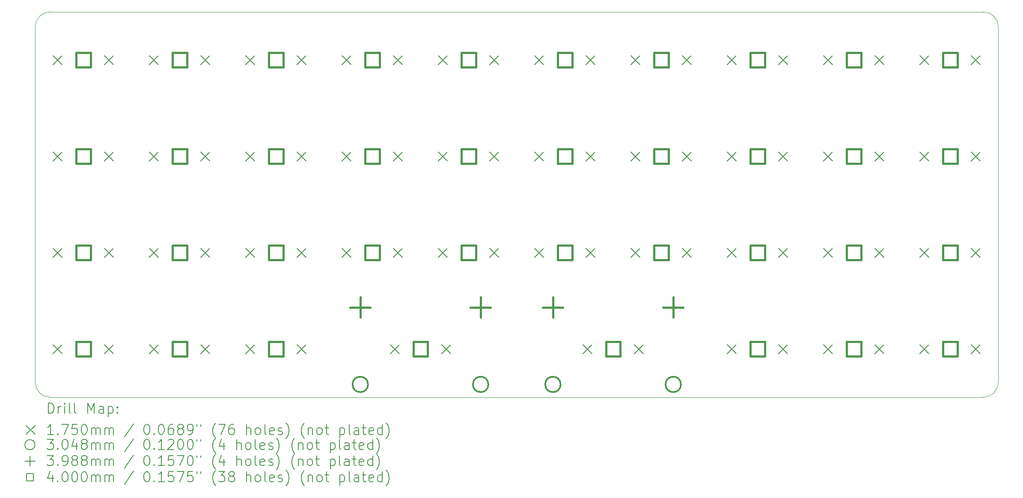
<source format=gbr>
%TF.GenerationSoftware,KiCad,Pcbnew,8.0.5*%
%TF.CreationDate,2024-10-22T20:47:24-04:00*%
%TF.ProjectId,ortho,6f727468-6f2e-46b6-9963-61645f706362,rev?*%
%TF.SameCoordinates,PX1c62fe0PY650e7e0*%
%TF.FileFunction,Drillmap*%
%TF.FilePolarity,Positive*%
%FSLAX45Y45*%
G04 Gerber Fmt 4.5, Leading zero omitted, Abs format (unit mm)*
G04 Created by KiCad (PCBNEW 8.0.5) date 2024-10-22 20:47:24*
%MOMM*%
%LPD*%
G01*
G04 APERTURE LIST*
%ADD10C,0.100000*%
%ADD11C,0.200000*%
%ADD12C,0.175000*%
%ADD13C,0.304800*%
%ADD14C,0.398780*%
%ADD15C,0.400000*%
G04 APERTURE END LIST*
D10*
X0Y297656D02*
X0Y7322337D01*
X19049984Y297656D02*
G75*
G02*
X18752328Y0I-297654J-2D01*
G01*
X18752328Y0D02*
X297656Y0D01*
X18752328Y7619993D02*
G75*
G02*
X19049980Y7322338I2J-297650D01*
G01*
X0Y7322337D02*
G75*
G02*
X297656Y7619994I297656J0D01*
G01*
X297656Y0D02*
G75*
G02*
X0Y297656I0J297656D01*
G01*
X19049984Y7322338D02*
X19049984Y297656D01*
X297656Y7619993D02*
X18752328Y7619993D01*
D11*
D12*
X356999Y6754994D02*
X531999Y6579994D01*
X531999Y6754994D02*
X356999Y6579994D01*
X356999Y4849996D02*
X531999Y4674996D01*
X531999Y4849996D02*
X356999Y4674996D01*
X356999Y2944998D02*
X531999Y2769998D01*
X531999Y2944998D02*
X356999Y2769998D01*
X356999Y1039999D02*
X531999Y864999D01*
X531999Y1039999D02*
X356999Y864999D01*
X1372999Y6754994D02*
X1547999Y6579994D01*
X1547999Y6754994D02*
X1372999Y6579994D01*
X1372999Y4849996D02*
X1547999Y4674996D01*
X1547999Y4849996D02*
X1372999Y4674996D01*
X1372999Y2944998D02*
X1547999Y2769998D01*
X1547999Y2944998D02*
X1372999Y2769998D01*
X1372999Y1039999D02*
X1547999Y864999D01*
X1547999Y1039999D02*
X1372999Y864999D01*
X2261998Y6754994D02*
X2436998Y6579994D01*
X2436998Y6754994D02*
X2261998Y6579994D01*
X2261998Y4849996D02*
X2436998Y4674996D01*
X2436998Y4849996D02*
X2261998Y4674996D01*
X2261998Y2944998D02*
X2436998Y2769998D01*
X2436998Y2944998D02*
X2261998Y2769998D01*
X2261998Y1039999D02*
X2436998Y864999D01*
X2436998Y1039999D02*
X2261998Y864999D01*
X3277997Y6754994D02*
X3452997Y6579994D01*
X3452997Y6754994D02*
X3277997Y6579994D01*
X3277997Y4849996D02*
X3452997Y4674996D01*
X3452997Y4849996D02*
X3277997Y4674996D01*
X3277997Y2944998D02*
X3452997Y2769998D01*
X3452997Y2944998D02*
X3277997Y2769998D01*
X3277997Y1039999D02*
X3452997Y864999D01*
X3452997Y1039999D02*
X3277997Y864999D01*
X4166996Y6754994D02*
X4341996Y6579994D01*
X4341996Y6754994D02*
X4166996Y6579994D01*
X4166996Y4849996D02*
X4341996Y4674996D01*
X4341996Y4849996D02*
X4166996Y4674996D01*
X4166996Y2944998D02*
X4341996Y2769998D01*
X4341996Y2944998D02*
X4166996Y2769998D01*
X4166996Y1039999D02*
X4341996Y864999D01*
X4341996Y1039999D02*
X4166996Y864999D01*
X5182996Y6754994D02*
X5357996Y6579994D01*
X5357996Y6754994D02*
X5182996Y6579994D01*
X5182996Y4849996D02*
X5357996Y4674996D01*
X5357996Y4849996D02*
X5182996Y4674996D01*
X5182996Y2944998D02*
X5357996Y2769998D01*
X5357996Y2944998D02*
X5182996Y2769998D01*
X5182996Y1039999D02*
X5357996Y864999D01*
X5357996Y1039999D02*
X5182996Y864999D01*
X6071994Y6754994D02*
X6246994Y6579994D01*
X6246994Y6754994D02*
X6071994Y6579994D01*
X6071994Y4849996D02*
X6246994Y4674996D01*
X6246994Y4849996D02*
X6071994Y4674996D01*
X6071994Y2944997D02*
X6246994Y2769998D01*
X6246994Y2944997D02*
X6071994Y2769998D01*
X7024494Y1039999D02*
X7199494Y864999D01*
X7199494Y1039999D02*
X7024494Y864999D01*
X7087994Y6754994D02*
X7262994Y6579994D01*
X7262994Y6754994D02*
X7087994Y6579994D01*
X7087994Y4849996D02*
X7262994Y4674996D01*
X7262994Y4849996D02*
X7087994Y4674996D01*
X7087994Y2944997D02*
X7262994Y2769998D01*
X7262994Y2944997D02*
X7087994Y2769998D01*
X7976993Y6754994D02*
X8151993Y6579994D01*
X8151993Y6754994D02*
X7976993Y6579994D01*
X7976993Y4849996D02*
X8151993Y4674996D01*
X8151993Y4849996D02*
X7976993Y4674996D01*
X7976993Y2944997D02*
X8151993Y2769998D01*
X8151993Y2944997D02*
X7976993Y2769998D01*
X8040493Y1039999D02*
X8215493Y864999D01*
X8215493Y1039999D02*
X8040493Y864999D01*
X8992993Y6754994D02*
X9167993Y6579994D01*
X9167993Y6754994D02*
X8992993Y6579994D01*
X8992993Y4849996D02*
X9167993Y4674996D01*
X9167993Y4849996D02*
X8992993Y4674996D01*
X8992993Y2944997D02*
X9167993Y2769998D01*
X9167993Y2944997D02*
X8992993Y2769998D01*
X9881991Y4849996D02*
X10056991Y4674996D01*
X10056991Y4849996D02*
X9881991Y4674996D01*
X9881991Y6754994D02*
X10056991Y6579994D01*
X10056991Y6754994D02*
X9881991Y6579994D01*
X9881991Y2944997D02*
X10056991Y2769998D01*
X10056991Y2944997D02*
X9881991Y2769998D01*
X10834491Y1039999D02*
X11009491Y864999D01*
X11009491Y1039999D02*
X10834491Y864999D01*
X10897991Y4849996D02*
X11072991Y4674996D01*
X11072991Y4849996D02*
X10897991Y4674996D01*
X10897991Y6754994D02*
X11072991Y6579994D01*
X11072991Y6754994D02*
X10897991Y6579994D01*
X10897991Y2944997D02*
X11072991Y2769998D01*
X11072991Y2944997D02*
X10897991Y2769998D01*
X11786990Y6754994D02*
X11961990Y6579994D01*
X11961990Y6754994D02*
X11786990Y6579994D01*
X11786990Y4849996D02*
X11961990Y4674996D01*
X11961990Y4849996D02*
X11786990Y4674996D01*
X11786990Y2944998D02*
X11961990Y2769998D01*
X11961990Y2944998D02*
X11786990Y2769998D01*
X11850490Y1039999D02*
X12025490Y864999D01*
X12025490Y1039999D02*
X11850490Y864999D01*
X12802989Y6754994D02*
X12977989Y6579994D01*
X12977989Y6754994D02*
X12802989Y6579994D01*
X12802989Y4849996D02*
X12977989Y4674996D01*
X12977989Y4849996D02*
X12802989Y4674996D01*
X12802989Y2944998D02*
X12977989Y2769998D01*
X12977989Y2944998D02*
X12802989Y2769998D01*
X13691988Y1039999D02*
X13866988Y864999D01*
X13866988Y1039999D02*
X13691988Y864999D01*
X13691988Y6754994D02*
X13866988Y6579994D01*
X13866988Y6754994D02*
X13691988Y6579994D01*
X13691988Y4849996D02*
X13866988Y4674996D01*
X13866988Y4849996D02*
X13691988Y4674996D01*
X13691988Y2944998D02*
X13866988Y2769998D01*
X13866988Y2944998D02*
X13691988Y2769998D01*
X14707988Y1039999D02*
X14882988Y864999D01*
X14882988Y1039999D02*
X14707988Y864999D01*
X14707988Y6754994D02*
X14882988Y6579994D01*
X14882988Y6754994D02*
X14707988Y6579994D01*
X14707988Y4849996D02*
X14882988Y4674996D01*
X14882988Y4849996D02*
X14707988Y4674996D01*
X14707988Y2944998D02*
X14882988Y2769998D01*
X14882988Y2944998D02*
X14707988Y2769998D01*
X15596986Y6754994D02*
X15771986Y6579994D01*
X15771986Y6754994D02*
X15596986Y6579994D01*
X15596986Y4849996D02*
X15771986Y4674996D01*
X15771986Y4849996D02*
X15596986Y4674996D01*
X15596986Y2944998D02*
X15771986Y2769998D01*
X15771986Y2944998D02*
X15596986Y2769998D01*
X15596986Y1039999D02*
X15771986Y864999D01*
X15771986Y1039999D02*
X15596986Y864999D01*
X16612986Y6754994D02*
X16787986Y6579994D01*
X16787986Y6754994D02*
X16612986Y6579994D01*
X16612986Y4849996D02*
X16787986Y4674996D01*
X16787986Y4849996D02*
X16612986Y4674996D01*
X16612986Y2944998D02*
X16787986Y2769998D01*
X16787986Y2944998D02*
X16612986Y2769998D01*
X16612986Y1039999D02*
X16787986Y864999D01*
X16787986Y1039999D02*
X16612986Y864999D01*
X17501985Y4849996D02*
X17676985Y4674996D01*
X17676985Y4849996D02*
X17501985Y4674996D01*
X17501985Y2944998D02*
X17676985Y2769998D01*
X17676985Y2944998D02*
X17501985Y2769998D01*
X17501985Y1039999D02*
X17676985Y864999D01*
X17676985Y1039999D02*
X17501985Y864999D01*
X17501985Y6754994D02*
X17676985Y6579994D01*
X17676985Y6754994D02*
X17501985Y6579994D01*
X18517985Y4849996D02*
X18692985Y4674996D01*
X18692985Y4849996D02*
X18517985Y4674996D01*
X18517985Y2944998D02*
X18692985Y2769998D01*
X18692985Y2944998D02*
X18517985Y2769998D01*
X18517985Y1039999D02*
X18692985Y864999D01*
X18692985Y1039999D02*
X18517985Y864999D01*
X18517985Y6754994D02*
X18692985Y6579994D01*
X18692985Y6754994D02*
X18517985Y6579994D01*
D13*
X6581769Y253999D02*
G75*
G02*
X6276969Y253999I-152400J0D01*
G01*
X6276969Y253999D02*
G75*
G02*
X6581769Y253999I152400J0D01*
G01*
X8963019Y253999D02*
G75*
G02*
X8658219Y253999I-152400J0D01*
G01*
X8658219Y253999D02*
G75*
G02*
X8963019Y253999I152400J0D01*
G01*
X10391765Y253999D02*
G75*
G02*
X10086965Y253999I-152400J0D01*
G01*
X10086965Y253999D02*
G75*
G02*
X10391765Y253999I152400J0D01*
G01*
X12773015Y253999D02*
G75*
G02*
X12468215Y253999I-152400J0D01*
G01*
X12468215Y253999D02*
G75*
G02*
X12773015Y253999I152400J0D01*
G01*
D14*
X6429368Y1977389D02*
X6429368Y1578609D01*
X6229978Y1777999D02*
X6628758Y1777999D01*
X8810619Y1977389D02*
X8810619Y1578609D01*
X8611229Y1777999D02*
X9010009Y1777999D01*
X10239365Y1977389D02*
X10239365Y1578609D01*
X10039975Y1777999D02*
X10438755Y1777999D01*
X12620615Y1977389D02*
X12620615Y1578609D01*
X12421225Y1777999D02*
X12820005Y1777999D01*
D15*
X1093922Y6526072D02*
X1093922Y6808917D01*
X811076Y6808917D01*
X811076Y6526072D01*
X1093922Y6526072D01*
X1093922Y4621073D02*
X1093922Y4903919D01*
X811076Y4903919D01*
X811076Y4621073D01*
X1093922Y4621073D01*
X1093922Y2716075D02*
X1093922Y2998920D01*
X811076Y2998920D01*
X811076Y2716075D01*
X1093922Y2716075D01*
X1093922Y811076D02*
X1093922Y1093922D01*
X811076Y1093922D01*
X811076Y811076D01*
X1093922Y811076D01*
X2998920Y6526072D02*
X2998920Y6808917D01*
X2716075Y6808917D01*
X2716075Y6526072D01*
X2998920Y6526072D01*
X2998920Y4621073D02*
X2998920Y4903919D01*
X2716075Y4903919D01*
X2716075Y4621073D01*
X2998920Y4621073D01*
X2998920Y2716075D02*
X2998920Y2998920D01*
X2716075Y2998920D01*
X2716075Y2716075D01*
X2998920Y2716075D01*
X2998920Y811076D02*
X2998920Y1093922D01*
X2716075Y1093922D01*
X2716075Y811076D01*
X2998920Y811076D01*
X4903919Y6526072D02*
X4903919Y6808917D01*
X4621073Y6808917D01*
X4621073Y6526072D01*
X4903919Y6526072D01*
X4903919Y4621073D02*
X4903919Y4903919D01*
X4621073Y4903919D01*
X4621073Y4621073D01*
X4903919Y4621073D01*
X4903919Y2716075D02*
X4903919Y2998920D01*
X4621073Y2998920D01*
X4621073Y2716075D01*
X4903919Y2716075D01*
X4903919Y811076D02*
X4903919Y1093922D01*
X4621073Y1093922D01*
X4621073Y811076D01*
X4903919Y811076D01*
X6808917Y6526072D02*
X6808917Y6808917D01*
X6526072Y6808917D01*
X6526072Y6526072D01*
X6808917Y6526072D01*
X6808917Y4621073D02*
X6808917Y4903919D01*
X6526072Y4903919D01*
X6526072Y4621073D01*
X6808917Y4621073D01*
X6808917Y2716075D02*
X6808917Y2998920D01*
X6526072Y2998920D01*
X6526072Y2716075D01*
X6808917Y2716075D01*
X7761416Y811076D02*
X7761416Y1093922D01*
X7478571Y1093922D01*
X7478571Y811076D01*
X7761416Y811076D01*
X8713916Y6526072D02*
X8713916Y6808917D01*
X8431070Y6808917D01*
X8431070Y6526072D01*
X8713916Y6526072D01*
X8713916Y4621073D02*
X8713916Y4903919D01*
X8431070Y4903919D01*
X8431070Y4621073D01*
X8713916Y4621073D01*
X8713916Y2716075D02*
X8713916Y2998920D01*
X8431070Y2998920D01*
X8431070Y2716075D01*
X8713916Y2716075D01*
X10618914Y4621073D02*
X10618914Y4903919D01*
X10336068Y4903919D01*
X10336068Y4621073D01*
X10618914Y4621073D01*
X10618914Y6526072D02*
X10618914Y6808917D01*
X10336069Y6808917D01*
X10336069Y6526072D01*
X10618914Y6526072D01*
X10618914Y2716075D02*
X10618914Y2998920D01*
X10336069Y2998920D01*
X10336069Y2716075D01*
X10618914Y2716075D01*
X11571413Y811076D02*
X11571413Y1093922D01*
X11288568Y1093922D01*
X11288568Y811076D01*
X11571413Y811076D01*
X12523912Y6526072D02*
X12523912Y6808917D01*
X12241067Y6808917D01*
X12241067Y6526072D01*
X12523912Y6526072D01*
X12523912Y4621073D02*
X12523912Y4903919D01*
X12241067Y4903919D01*
X12241067Y4621073D01*
X12523912Y4621073D01*
X12523912Y2716075D02*
X12523912Y2998920D01*
X12241067Y2998920D01*
X12241067Y2716075D01*
X12523912Y2716075D01*
X14428911Y811076D02*
X14428911Y1093922D01*
X14146065Y1093922D01*
X14146065Y811076D01*
X14428911Y811076D01*
X14428911Y6526072D02*
X14428911Y6808917D01*
X14146065Y6808917D01*
X14146065Y6526072D01*
X14428911Y6526072D01*
X14428911Y4621073D02*
X14428911Y4903919D01*
X14146065Y4903919D01*
X14146065Y4621073D01*
X14428911Y4621073D01*
X14428911Y2716075D02*
X14428911Y2998920D01*
X14146065Y2998920D01*
X14146065Y2716075D01*
X14428911Y2716075D01*
X16333909Y6526072D02*
X16333909Y6808917D01*
X16051064Y6808917D01*
X16051064Y6526072D01*
X16333909Y6526072D01*
X16333909Y4621073D02*
X16333909Y4903919D01*
X16051064Y4903919D01*
X16051064Y4621073D01*
X16333909Y4621073D01*
X16333909Y2716075D02*
X16333909Y2998920D01*
X16051064Y2998920D01*
X16051064Y2716075D01*
X16333909Y2716075D01*
X16333909Y811076D02*
X16333909Y1093922D01*
X16051064Y1093922D01*
X16051064Y811076D01*
X16333909Y811076D01*
X18238908Y4621073D02*
X18238908Y4903919D01*
X17956062Y4903919D01*
X17956062Y4621073D01*
X18238908Y4621073D01*
X18238908Y2716075D02*
X18238908Y2998920D01*
X17956062Y2998920D01*
X17956062Y2716075D01*
X18238908Y2716075D01*
X18238908Y811076D02*
X18238908Y1093922D01*
X17956062Y1093922D01*
X17956062Y811076D01*
X18238908Y811076D01*
X18238908Y6526072D02*
X18238908Y6808917D01*
X17956062Y6808917D01*
X17956062Y6526072D01*
X18238908Y6526072D01*
D11*
X255777Y-316484D02*
X255777Y-116484D01*
X255777Y-116484D02*
X303396Y-116484D01*
X303396Y-116484D02*
X331967Y-126008D01*
X331967Y-126008D02*
X351015Y-145056D01*
X351015Y-145056D02*
X360539Y-164103D01*
X360539Y-164103D02*
X370062Y-202198D01*
X370062Y-202198D02*
X370062Y-230770D01*
X370062Y-230770D02*
X360539Y-268865D01*
X360539Y-268865D02*
X351015Y-287913D01*
X351015Y-287913D02*
X331967Y-306960D01*
X331967Y-306960D02*
X303396Y-316484D01*
X303396Y-316484D02*
X255777Y-316484D01*
X455777Y-316484D02*
X455777Y-183151D01*
X455777Y-221246D02*
X465301Y-202198D01*
X465301Y-202198D02*
X474824Y-192675D01*
X474824Y-192675D02*
X493872Y-183151D01*
X493872Y-183151D02*
X512920Y-183151D01*
X579586Y-316484D02*
X579586Y-183151D01*
X579586Y-116484D02*
X570063Y-126008D01*
X570063Y-126008D02*
X579586Y-135532D01*
X579586Y-135532D02*
X589110Y-126008D01*
X589110Y-126008D02*
X579586Y-116484D01*
X579586Y-116484D02*
X579586Y-135532D01*
X703396Y-316484D02*
X684348Y-306960D01*
X684348Y-306960D02*
X674824Y-287913D01*
X674824Y-287913D02*
X674824Y-116484D01*
X808158Y-316484D02*
X789110Y-306960D01*
X789110Y-306960D02*
X779586Y-287913D01*
X779586Y-287913D02*
X779586Y-116484D01*
X1036729Y-316484D02*
X1036729Y-116484D01*
X1036729Y-116484D02*
X1103396Y-259341D01*
X1103396Y-259341D02*
X1170063Y-116484D01*
X1170063Y-116484D02*
X1170063Y-316484D01*
X1351015Y-316484D02*
X1351015Y-211722D01*
X1351015Y-211722D02*
X1341491Y-192675D01*
X1341491Y-192675D02*
X1322444Y-183151D01*
X1322444Y-183151D02*
X1284348Y-183151D01*
X1284348Y-183151D02*
X1265301Y-192675D01*
X1351015Y-306960D02*
X1331967Y-316484D01*
X1331967Y-316484D02*
X1284348Y-316484D01*
X1284348Y-316484D02*
X1265301Y-306960D01*
X1265301Y-306960D02*
X1255777Y-287913D01*
X1255777Y-287913D02*
X1255777Y-268865D01*
X1255777Y-268865D02*
X1265301Y-249817D01*
X1265301Y-249817D02*
X1284348Y-240294D01*
X1284348Y-240294D02*
X1331967Y-240294D01*
X1331967Y-240294D02*
X1351015Y-230770D01*
X1446253Y-183151D02*
X1446253Y-383151D01*
X1446253Y-192675D02*
X1465301Y-183151D01*
X1465301Y-183151D02*
X1503396Y-183151D01*
X1503396Y-183151D02*
X1522443Y-192675D01*
X1522443Y-192675D02*
X1531967Y-202198D01*
X1531967Y-202198D02*
X1541491Y-221246D01*
X1541491Y-221246D02*
X1541491Y-278389D01*
X1541491Y-278389D02*
X1531967Y-297437D01*
X1531967Y-297437D02*
X1522443Y-306960D01*
X1522443Y-306960D02*
X1503396Y-316484D01*
X1503396Y-316484D02*
X1465301Y-316484D01*
X1465301Y-316484D02*
X1446253Y-306960D01*
X1627205Y-297437D02*
X1636729Y-306960D01*
X1636729Y-306960D02*
X1627205Y-316484D01*
X1627205Y-316484D02*
X1617682Y-306960D01*
X1617682Y-306960D02*
X1627205Y-297437D01*
X1627205Y-297437D02*
X1627205Y-316484D01*
X1627205Y-192675D02*
X1636729Y-202198D01*
X1636729Y-202198D02*
X1627205Y-211722D01*
X1627205Y-211722D02*
X1617682Y-202198D01*
X1617682Y-202198D02*
X1627205Y-192675D01*
X1627205Y-192675D02*
X1627205Y-211722D01*
D12*
X-180000Y-557500D02*
X-5000Y-732500D01*
X-5000Y-557500D02*
X-180000Y-732500D01*
D11*
X360539Y-736484D02*
X246253Y-736484D01*
X303396Y-736484D02*
X303396Y-536484D01*
X303396Y-536484D02*
X284348Y-565056D01*
X284348Y-565056D02*
X265301Y-584103D01*
X265301Y-584103D02*
X246253Y-593627D01*
X446253Y-717436D02*
X455777Y-726960D01*
X455777Y-726960D02*
X446253Y-736484D01*
X446253Y-736484D02*
X436729Y-726960D01*
X436729Y-726960D02*
X446253Y-717436D01*
X446253Y-717436D02*
X446253Y-736484D01*
X522443Y-536484D02*
X655777Y-536484D01*
X655777Y-536484D02*
X570063Y-736484D01*
X827205Y-536484D02*
X731967Y-536484D01*
X731967Y-536484D02*
X722443Y-631722D01*
X722443Y-631722D02*
X731967Y-622198D01*
X731967Y-622198D02*
X751015Y-612675D01*
X751015Y-612675D02*
X798634Y-612675D01*
X798634Y-612675D02*
X817682Y-622198D01*
X817682Y-622198D02*
X827205Y-631722D01*
X827205Y-631722D02*
X836729Y-650770D01*
X836729Y-650770D02*
X836729Y-698389D01*
X836729Y-698389D02*
X827205Y-717436D01*
X827205Y-717436D02*
X817682Y-726960D01*
X817682Y-726960D02*
X798634Y-736484D01*
X798634Y-736484D02*
X751015Y-736484D01*
X751015Y-736484D02*
X731967Y-726960D01*
X731967Y-726960D02*
X722443Y-717436D01*
X960539Y-536484D02*
X979586Y-536484D01*
X979586Y-536484D02*
X998634Y-546008D01*
X998634Y-546008D02*
X1008158Y-555532D01*
X1008158Y-555532D02*
X1017682Y-574579D01*
X1017682Y-574579D02*
X1027205Y-612675D01*
X1027205Y-612675D02*
X1027205Y-660294D01*
X1027205Y-660294D02*
X1017682Y-698389D01*
X1017682Y-698389D02*
X1008158Y-717436D01*
X1008158Y-717436D02*
X998634Y-726960D01*
X998634Y-726960D02*
X979586Y-736484D01*
X979586Y-736484D02*
X960539Y-736484D01*
X960539Y-736484D02*
X941491Y-726960D01*
X941491Y-726960D02*
X931967Y-717436D01*
X931967Y-717436D02*
X922443Y-698389D01*
X922443Y-698389D02*
X912920Y-660294D01*
X912920Y-660294D02*
X912920Y-612675D01*
X912920Y-612675D02*
X922443Y-574579D01*
X922443Y-574579D02*
X931967Y-555532D01*
X931967Y-555532D02*
X941491Y-546008D01*
X941491Y-546008D02*
X960539Y-536484D01*
X1112920Y-736484D02*
X1112920Y-603151D01*
X1112920Y-622198D02*
X1122444Y-612675D01*
X1122444Y-612675D02*
X1141491Y-603151D01*
X1141491Y-603151D02*
X1170063Y-603151D01*
X1170063Y-603151D02*
X1189110Y-612675D01*
X1189110Y-612675D02*
X1198634Y-631722D01*
X1198634Y-631722D02*
X1198634Y-736484D01*
X1198634Y-631722D02*
X1208158Y-612675D01*
X1208158Y-612675D02*
X1227205Y-603151D01*
X1227205Y-603151D02*
X1255777Y-603151D01*
X1255777Y-603151D02*
X1274825Y-612675D01*
X1274825Y-612675D02*
X1284348Y-631722D01*
X1284348Y-631722D02*
X1284348Y-736484D01*
X1379586Y-736484D02*
X1379586Y-603151D01*
X1379586Y-622198D02*
X1389110Y-612675D01*
X1389110Y-612675D02*
X1408158Y-603151D01*
X1408158Y-603151D02*
X1436729Y-603151D01*
X1436729Y-603151D02*
X1455777Y-612675D01*
X1455777Y-612675D02*
X1465301Y-631722D01*
X1465301Y-631722D02*
X1465301Y-736484D01*
X1465301Y-631722D02*
X1474824Y-612675D01*
X1474824Y-612675D02*
X1493872Y-603151D01*
X1493872Y-603151D02*
X1522443Y-603151D01*
X1522443Y-603151D02*
X1541491Y-612675D01*
X1541491Y-612675D02*
X1551015Y-631722D01*
X1551015Y-631722D02*
X1551015Y-736484D01*
X1941491Y-526960D02*
X1770063Y-784103D01*
X2198634Y-536484D02*
X2217682Y-536484D01*
X2217682Y-536484D02*
X2236729Y-546008D01*
X2236729Y-546008D02*
X2246253Y-555532D01*
X2246253Y-555532D02*
X2255777Y-574579D01*
X2255777Y-574579D02*
X2265301Y-612675D01*
X2265301Y-612675D02*
X2265301Y-660294D01*
X2265301Y-660294D02*
X2255777Y-698389D01*
X2255777Y-698389D02*
X2246253Y-717436D01*
X2246253Y-717436D02*
X2236729Y-726960D01*
X2236729Y-726960D02*
X2217682Y-736484D01*
X2217682Y-736484D02*
X2198634Y-736484D01*
X2198634Y-736484D02*
X2179587Y-726960D01*
X2179587Y-726960D02*
X2170063Y-717436D01*
X2170063Y-717436D02*
X2160539Y-698389D01*
X2160539Y-698389D02*
X2151015Y-660294D01*
X2151015Y-660294D02*
X2151015Y-612675D01*
X2151015Y-612675D02*
X2160539Y-574579D01*
X2160539Y-574579D02*
X2170063Y-555532D01*
X2170063Y-555532D02*
X2179587Y-546008D01*
X2179587Y-546008D02*
X2198634Y-536484D01*
X2351015Y-717436D02*
X2360539Y-726960D01*
X2360539Y-726960D02*
X2351015Y-736484D01*
X2351015Y-736484D02*
X2341491Y-726960D01*
X2341491Y-726960D02*
X2351015Y-717436D01*
X2351015Y-717436D02*
X2351015Y-736484D01*
X2484348Y-536484D02*
X2503396Y-536484D01*
X2503396Y-536484D02*
X2522444Y-546008D01*
X2522444Y-546008D02*
X2531968Y-555532D01*
X2531968Y-555532D02*
X2541491Y-574579D01*
X2541491Y-574579D02*
X2551015Y-612675D01*
X2551015Y-612675D02*
X2551015Y-660294D01*
X2551015Y-660294D02*
X2541491Y-698389D01*
X2541491Y-698389D02*
X2531968Y-717436D01*
X2531968Y-717436D02*
X2522444Y-726960D01*
X2522444Y-726960D02*
X2503396Y-736484D01*
X2503396Y-736484D02*
X2484348Y-736484D01*
X2484348Y-736484D02*
X2465301Y-726960D01*
X2465301Y-726960D02*
X2455777Y-717436D01*
X2455777Y-717436D02*
X2446253Y-698389D01*
X2446253Y-698389D02*
X2436729Y-660294D01*
X2436729Y-660294D02*
X2436729Y-612675D01*
X2436729Y-612675D02*
X2446253Y-574579D01*
X2446253Y-574579D02*
X2455777Y-555532D01*
X2455777Y-555532D02*
X2465301Y-546008D01*
X2465301Y-546008D02*
X2484348Y-536484D01*
X2722444Y-536484D02*
X2684348Y-536484D01*
X2684348Y-536484D02*
X2665301Y-546008D01*
X2665301Y-546008D02*
X2655777Y-555532D01*
X2655777Y-555532D02*
X2636729Y-584103D01*
X2636729Y-584103D02*
X2627206Y-622198D01*
X2627206Y-622198D02*
X2627206Y-698389D01*
X2627206Y-698389D02*
X2636729Y-717436D01*
X2636729Y-717436D02*
X2646253Y-726960D01*
X2646253Y-726960D02*
X2665301Y-736484D01*
X2665301Y-736484D02*
X2703396Y-736484D01*
X2703396Y-736484D02*
X2722444Y-726960D01*
X2722444Y-726960D02*
X2731968Y-717436D01*
X2731968Y-717436D02*
X2741491Y-698389D01*
X2741491Y-698389D02*
X2741491Y-650770D01*
X2741491Y-650770D02*
X2731968Y-631722D01*
X2731968Y-631722D02*
X2722444Y-622198D01*
X2722444Y-622198D02*
X2703396Y-612675D01*
X2703396Y-612675D02*
X2665301Y-612675D01*
X2665301Y-612675D02*
X2646253Y-622198D01*
X2646253Y-622198D02*
X2636729Y-631722D01*
X2636729Y-631722D02*
X2627206Y-650770D01*
X2855777Y-622198D02*
X2836729Y-612675D01*
X2836729Y-612675D02*
X2827206Y-603151D01*
X2827206Y-603151D02*
X2817682Y-584103D01*
X2817682Y-584103D02*
X2817682Y-574579D01*
X2817682Y-574579D02*
X2827206Y-555532D01*
X2827206Y-555532D02*
X2836729Y-546008D01*
X2836729Y-546008D02*
X2855777Y-536484D01*
X2855777Y-536484D02*
X2893872Y-536484D01*
X2893872Y-536484D02*
X2912920Y-546008D01*
X2912920Y-546008D02*
X2922444Y-555532D01*
X2922444Y-555532D02*
X2931967Y-574579D01*
X2931967Y-574579D02*
X2931967Y-584103D01*
X2931967Y-584103D02*
X2922444Y-603151D01*
X2922444Y-603151D02*
X2912920Y-612675D01*
X2912920Y-612675D02*
X2893872Y-622198D01*
X2893872Y-622198D02*
X2855777Y-622198D01*
X2855777Y-622198D02*
X2836729Y-631722D01*
X2836729Y-631722D02*
X2827206Y-641246D01*
X2827206Y-641246D02*
X2817682Y-660294D01*
X2817682Y-660294D02*
X2817682Y-698389D01*
X2817682Y-698389D02*
X2827206Y-717436D01*
X2827206Y-717436D02*
X2836729Y-726960D01*
X2836729Y-726960D02*
X2855777Y-736484D01*
X2855777Y-736484D02*
X2893872Y-736484D01*
X2893872Y-736484D02*
X2912920Y-726960D01*
X2912920Y-726960D02*
X2922444Y-717436D01*
X2922444Y-717436D02*
X2931967Y-698389D01*
X2931967Y-698389D02*
X2931967Y-660294D01*
X2931967Y-660294D02*
X2922444Y-641246D01*
X2922444Y-641246D02*
X2912920Y-631722D01*
X2912920Y-631722D02*
X2893872Y-622198D01*
X3027206Y-736484D02*
X3065301Y-736484D01*
X3065301Y-736484D02*
X3084348Y-726960D01*
X3084348Y-726960D02*
X3093872Y-717436D01*
X3093872Y-717436D02*
X3112920Y-688865D01*
X3112920Y-688865D02*
X3122444Y-650770D01*
X3122444Y-650770D02*
X3122444Y-574579D01*
X3122444Y-574579D02*
X3112920Y-555532D01*
X3112920Y-555532D02*
X3103396Y-546008D01*
X3103396Y-546008D02*
X3084348Y-536484D01*
X3084348Y-536484D02*
X3046253Y-536484D01*
X3046253Y-536484D02*
X3027206Y-546008D01*
X3027206Y-546008D02*
X3017682Y-555532D01*
X3017682Y-555532D02*
X3008158Y-574579D01*
X3008158Y-574579D02*
X3008158Y-622198D01*
X3008158Y-622198D02*
X3017682Y-641246D01*
X3017682Y-641246D02*
X3027206Y-650770D01*
X3027206Y-650770D02*
X3046253Y-660294D01*
X3046253Y-660294D02*
X3084348Y-660294D01*
X3084348Y-660294D02*
X3103396Y-650770D01*
X3103396Y-650770D02*
X3112920Y-641246D01*
X3112920Y-641246D02*
X3122444Y-622198D01*
X3198634Y-536484D02*
X3198634Y-574579D01*
X3274825Y-536484D02*
X3274825Y-574579D01*
X3570063Y-812675D02*
X3560539Y-803151D01*
X3560539Y-803151D02*
X3541491Y-774579D01*
X3541491Y-774579D02*
X3531968Y-755532D01*
X3531968Y-755532D02*
X3522444Y-726960D01*
X3522444Y-726960D02*
X3512920Y-679341D01*
X3512920Y-679341D02*
X3512920Y-641246D01*
X3512920Y-641246D02*
X3522444Y-593627D01*
X3522444Y-593627D02*
X3531968Y-565056D01*
X3531968Y-565056D02*
X3541491Y-546008D01*
X3541491Y-546008D02*
X3560539Y-517436D01*
X3560539Y-517436D02*
X3570063Y-507913D01*
X3627206Y-536484D02*
X3760539Y-536484D01*
X3760539Y-536484D02*
X3674825Y-736484D01*
X3922444Y-536484D02*
X3884348Y-536484D01*
X3884348Y-536484D02*
X3865301Y-546008D01*
X3865301Y-546008D02*
X3855777Y-555532D01*
X3855777Y-555532D02*
X3836729Y-584103D01*
X3836729Y-584103D02*
X3827206Y-622198D01*
X3827206Y-622198D02*
X3827206Y-698389D01*
X3827206Y-698389D02*
X3836729Y-717436D01*
X3836729Y-717436D02*
X3846253Y-726960D01*
X3846253Y-726960D02*
X3865301Y-736484D01*
X3865301Y-736484D02*
X3903396Y-736484D01*
X3903396Y-736484D02*
X3922444Y-726960D01*
X3922444Y-726960D02*
X3931968Y-717436D01*
X3931968Y-717436D02*
X3941491Y-698389D01*
X3941491Y-698389D02*
X3941491Y-650770D01*
X3941491Y-650770D02*
X3931968Y-631722D01*
X3931968Y-631722D02*
X3922444Y-622198D01*
X3922444Y-622198D02*
X3903396Y-612675D01*
X3903396Y-612675D02*
X3865301Y-612675D01*
X3865301Y-612675D02*
X3846253Y-622198D01*
X3846253Y-622198D02*
X3836729Y-631722D01*
X3836729Y-631722D02*
X3827206Y-650770D01*
X4179587Y-736484D02*
X4179587Y-536484D01*
X4265301Y-736484D02*
X4265301Y-631722D01*
X4265301Y-631722D02*
X4255777Y-612675D01*
X4255777Y-612675D02*
X4236730Y-603151D01*
X4236730Y-603151D02*
X4208158Y-603151D01*
X4208158Y-603151D02*
X4189110Y-612675D01*
X4189110Y-612675D02*
X4179587Y-622198D01*
X4389111Y-736484D02*
X4370063Y-726960D01*
X4370063Y-726960D02*
X4360539Y-717436D01*
X4360539Y-717436D02*
X4351015Y-698389D01*
X4351015Y-698389D02*
X4351015Y-641246D01*
X4351015Y-641246D02*
X4360539Y-622198D01*
X4360539Y-622198D02*
X4370063Y-612675D01*
X4370063Y-612675D02*
X4389111Y-603151D01*
X4389111Y-603151D02*
X4417682Y-603151D01*
X4417682Y-603151D02*
X4436730Y-612675D01*
X4436730Y-612675D02*
X4446253Y-622198D01*
X4446253Y-622198D02*
X4455777Y-641246D01*
X4455777Y-641246D02*
X4455777Y-698389D01*
X4455777Y-698389D02*
X4446253Y-717436D01*
X4446253Y-717436D02*
X4436730Y-726960D01*
X4436730Y-726960D02*
X4417682Y-736484D01*
X4417682Y-736484D02*
X4389111Y-736484D01*
X4570063Y-736484D02*
X4551015Y-726960D01*
X4551015Y-726960D02*
X4541492Y-707913D01*
X4541492Y-707913D02*
X4541492Y-536484D01*
X4722444Y-726960D02*
X4703396Y-736484D01*
X4703396Y-736484D02*
X4665301Y-736484D01*
X4665301Y-736484D02*
X4646253Y-726960D01*
X4646253Y-726960D02*
X4636730Y-707913D01*
X4636730Y-707913D02*
X4636730Y-631722D01*
X4636730Y-631722D02*
X4646253Y-612675D01*
X4646253Y-612675D02*
X4665301Y-603151D01*
X4665301Y-603151D02*
X4703396Y-603151D01*
X4703396Y-603151D02*
X4722444Y-612675D01*
X4722444Y-612675D02*
X4731968Y-631722D01*
X4731968Y-631722D02*
X4731968Y-650770D01*
X4731968Y-650770D02*
X4636730Y-669818D01*
X4808158Y-726960D02*
X4827206Y-736484D01*
X4827206Y-736484D02*
X4865301Y-736484D01*
X4865301Y-736484D02*
X4884349Y-726960D01*
X4884349Y-726960D02*
X4893873Y-707913D01*
X4893873Y-707913D02*
X4893873Y-698389D01*
X4893873Y-698389D02*
X4884349Y-679341D01*
X4884349Y-679341D02*
X4865301Y-669818D01*
X4865301Y-669818D02*
X4836730Y-669818D01*
X4836730Y-669818D02*
X4817682Y-660294D01*
X4817682Y-660294D02*
X4808158Y-641246D01*
X4808158Y-641246D02*
X4808158Y-631722D01*
X4808158Y-631722D02*
X4817682Y-612675D01*
X4817682Y-612675D02*
X4836730Y-603151D01*
X4836730Y-603151D02*
X4865301Y-603151D01*
X4865301Y-603151D02*
X4884349Y-612675D01*
X4960539Y-812675D02*
X4970063Y-803151D01*
X4970063Y-803151D02*
X4989111Y-774579D01*
X4989111Y-774579D02*
X4998634Y-755532D01*
X4998634Y-755532D02*
X5008158Y-726960D01*
X5008158Y-726960D02*
X5017682Y-679341D01*
X5017682Y-679341D02*
X5017682Y-641246D01*
X5017682Y-641246D02*
X5008158Y-593627D01*
X5008158Y-593627D02*
X4998634Y-565056D01*
X4998634Y-565056D02*
X4989111Y-546008D01*
X4989111Y-546008D02*
X4970063Y-517436D01*
X4970063Y-517436D02*
X4960539Y-507913D01*
X5322444Y-812675D02*
X5312920Y-803151D01*
X5312920Y-803151D02*
X5293873Y-774579D01*
X5293873Y-774579D02*
X5284349Y-755532D01*
X5284349Y-755532D02*
X5274825Y-726960D01*
X5274825Y-726960D02*
X5265301Y-679341D01*
X5265301Y-679341D02*
X5265301Y-641246D01*
X5265301Y-641246D02*
X5274825Y-593627D01*
X5274825Y-593627D02*
X5284349Y-565056D01*
X5284349Y-565056D02*
X5293873Y-546008D01*
X5293873Y-546008D02*
X5312920Y-517436D01*
X5312920Y-517436D02*
X5322444Y-507913D01*
X5398634Y-603151D02*
X5398634Y-736484D01*
X5398634Y-622198D02*
X5408158Y-612675D01*
X5408158Y-612675D02*
X5427206Y-603151D01*
X5427206Y-603151D02*
X5455777Y-603151D01*
X5455777Y-603151D02*
X5474825Y-612675D01*
X5474825Y-612675D02*
X5484349Y-631722D01*
X5484349Y-631722D02*
X5484349Y-736484D01*
X5608158Y-736484D02*
X5589111Y-726960D01*
X5589111Y-726960D02*
X5579587Y-717436D01*
X5579587Y-717436D02*
X5570063Y-698389D01*
X5570063Y-698389D02*
X5570063Y-641246D01*
X5570063Y-641246D02*
X5579587Y-622198D01*
X5579587Y-622198D02*
X5589111Y-612675D01*
X5589111Y-612675D02*
X5608158Y-603151D01*
X5608158Y-603151D02*
X5636730Y-603151D01*
X5636730Y-603151D02*
X5655777Y-612675D01*
X5655777Y-612675D02*
X5665301Y-622198D01*
X5665301Y-622198D02*
X5674825Y-641246D01*
X5674825Y-641246D02*
X5674825Y-698389D01*
X5674825Y-698389D02*
X5665301Y-717436D01*
X5665301Y-717436D02*
X5655777Y-726960D01*
X5655777Y-726960D02*
X5636730Y-736484D01*
X5636730Y-736484D02*
X5608158Y-736484D01*
X5731968Y-603151D02*
X5808158Y-603151D01*
X5760539Y-536484D02*
X5760539Y-707913D01*
X5760539Y-707913D02*
X5770063Y-726960D01*
X5770063Y-726960D02*
X5789111Y-736484D01*
X5789111Y-736484D02*
X5808158Y-736484D01*
X6027206Y-603151D02*
X6027206Y-803151D01*
X6027206Y-612675D02*
X6046253Y-603151D01*
X6046253Y-603151D02*
X6084349Y-603151D01*
X6084349Y-603151D02*
X6103396Y-612675D01*
X6103396Y-612675D02*
X6112920Y-622198D01*
X6112920Y-622198D02*
X6122444Y-641246D01*
X6122444Y-641246D02*
X6122444Y-698389D01*
X6122444Y-698389D02*
X6112920Y-717436D01*
X6112920Y-717436D02*
X6103396Y-726960D01*
X6103396Y-726960D02*
X6084349Y-736484D01*
X6084349Y-736484D02*
X6046253Y-736484D01*
X6046253Y-736484D02*
X6027206Y-726960D01*
X6236730Y-736484D02*
X6217682Y-726960D01*
X6217682Y-726960D02*
X6208158Y-707913D01*
X6208158Y-707913D02*
X6208158Y-536484D01*
X6398634Y-736484D02*
X6398634Y-631722D01*
X6398634Y-631722D02*
X6389111Y-612675D01*
X6389111Y-612675D02*
X6370063Y-603151D01*
X6370063Y-603151D02*
X6331968Y-603151D01*
X6331968Y-603151D02*
X6312920Y-612675D01*
X6398634Y-726960D02*
X6379587Y-736484D01*
X6379587Y-736484D02*
X6331968Y-736484D01*
X6331968Y-736484D02*
X6312920Y-726960D01*
X6312920Y-726960D02*
X6303396Y-707913D01*
X6303396Y-707913D02*
X6303396Y-688865D01*
X6303396Y-688865D02*
X6312920Y-669818D01*
X6312920Y-669818D02*
X6331968Y-660294D01*
X6331968Y-660294D02*
X6379587Y-660294D01*
X6379587Y-660294D02*
X6398634Y-650770D01*
X6465301Y-603151D02*
X6541492Y-603151D01*
X6493873Y-536484D02*
X6493873Y-707913D01*
X6493873Y-707913D02*
X6503396Y-726960D01*
X6503396Y-726960D02*
X6522444Y-736484D01*
X6522444Y-736484D02*
X6541492Y-736484D01*
X6684349Y-726960D02*
X6665301Y-736484D01*
X6665301Y-736484D02*
X6627206Y-736484D01*
X6627206Y-736484D02*
X6608158Y-726960D01*
X6608158Y-726960D02*
X6598634Y-707913D01*
X6598634Y-707913D02*
X6598634Y-631722D01*
X6598634Y-631722D02*
X6608158Y-612675D01*
X6608158Y-612675D02*
X6627206Y-603151D01*
X6627206Y-603151D02*
X6665301Y-603151D01*
X6665301Y-603151D02*
X6684349Y-612675D01*
X6684349Y-612675D02*
X6693873Y-631722D01*
X6693873Y-631722D02*
X6693873Y-650770D01*
X6693873Y-650770D02*
X6598634Y-669818D01*
X6865301Y-736484D02*
X6865301Y-536484D01*
X6865301Y-726960D02*
X6846254Y-736484D01*
X6846254Y-736484D02*
X6808158Y-736484D01*
X6808158Y-736484D02*
X6789111Y-726960D01*
X6789111Y-726960D02*
X6779587Y-717436D01*
X6779587Y-717436D02*
X6770063Y-698389D01*
X6770063Y-698389D02*
X6770063Y-641246D01*
X6770063Y-641246D02*
X6779587Y-622198D01*
X6779587Y-622198D02*
X6789111Y-612675D01*
X6789111Y-612675D02*
X6808158Y-603151D01*
X6808158Y-603151D02*
X6846254Y-603151D01*
X6846254Y-603151D02*
X6865301Y-612675D01*
X6941492Y-812675D02*
X6951015Y-803151D01*
X6951015Y-803151D02*
X6970063Y-774579D01*
X6970063Y-774579D02*
X6979587Y-755532D01*
X6979587Y-755532D02*
X6989111Y-726960D01*
X6989111Y-726960D02*
X6998634Y-679341D01*
X6998634Y-679341D02*
X6998634Y-641246D01*
X6998634Y-641246D02*
X6989111Y-593627D01*
X6989111Y-593627D02*
X6979587Y-565056D01*
X6979587Y-565056D02*
X6970063Y-546008D01*
X6970063Y-546008D02*
X6951015Y-517436D01*
X6951015Y-517436D02*
X6941492Y-507913D01*
X-5000Y-940000D02*
G75*
G02*
X-205000Y-940000I-100000J0D01*
G01*
X-205000Y-940000D02*
G75*
G02*
X-5000Y-940000I100000J0D01*
G01*
X236729Y-831484D02*
X360539Y-831484D01*
X360539Y-831484D02*
X293872Y-907675D01*
X293872Y-907675D02*
X322444Y-907675D01*
X322444Y-907675D02*
X341491Y-917198D01*
X341491Y-917198D02*
X351015Y-926722D01*
X351015Y-926722D02*
X360539Y-945770D01*
X360539Y-945770D02*
X360539Y-993389D01*
X360539Y-993389D02*
X351015Y-1012436D01*
X351015Y-1012436D02*
X341491Y-1021960D01*
X341491Y-1021960D02*
X322444Y-1031484D01*
X322444Y-1031484D02*
X265301Y-1031484D01*
X265301Y-1031484D02*
X246253Y-1021960D01*
X246253Y-1021960D02*
X236729Y-1012436D01*
X446253Y-1012436D02*
X455777Y-1021960D01*
X455777Y-1021960D02*
X446253Y-1031484D01*
X446253Y-1031484D02*
X436729Y-1021960D01*
X436729Y-1021960D02*
X446253Y-1012436D01*
X446253Y-1012436D02*
X446253Y-1031484D01*
X579586Y-831484D02*
X598634Y-831484D01*
X598634Y-831484D02*
X617682Y-841008D01*
X617682Y-841008D02*
X627205Y-850532D01*
X627205Y-850532D02*
X636729Y-869579D01*
X636729Y-869579D02*
X646253Y-907675D01*
X646253Y-907675D02*
X646253Y-955294D01*
X646253Y-955294D02*
X636729Y-993389D01*
X636729Y-993389D02*
X627205Y-1012436D01*
X627205Y-1012436D02*
X617682Y-1021960D01*
X617682Y-1021960D02*
X598634Y-1031484D01*
X598634Y-1031484D02*
X579586Y-1031484D01*
X579586Y-1031484D02*
X560539Y-1021960D01*
X560539Y-1021960D02*
X551015Y-1012436D01*
X551015Y-1012436D02*
X541491Y-993389D01*
X541491Y-993389D02*
X531967Y-955294D01*
X531967Y-955294D02*
X531967Y-907675D01*
X531967Y-907675D02*
X541491Y-869579D01*
X541491Y-869579D02*
X551015Y-850532D01*
X551015Y-850532D02*
X560539Y-841008D01*
X560539Y-841008D02*
X579586Y-831484D01*
X817682Y-898151D02*
X817682Y-1031484D01*
X770062Y-821960D02*
X722443Y-964817D01*
X722443Y-964817D02*
X846253Y-964817D01*
X951015Y-917198D02*
X931967Y-907675D01*
X931967Y-907675D02*
X922443Y-898151D01*
X922443Y-898151D02*
X912920Y-879103D01*
X912920Y-879103D02*
X912920Y-869579D01*
X912920Y-869579D02*
X922443Y-850532D01*
X922443Y-850532D02*
X931967Y-841008D01*
X931967Y-841008D02*
X951015Y-831484D01*
X951015Y-831484D02*
X989110Y-831484D01*
X989110Y-831484D02*
X1008158Y-841008D01*
X1008158Y-841008D02*
X1017682Y-850532D01*
X1017682Y-850532D02*
X1027205Y-869579D01*
X1027205Y-869579D02*
X1027205Y-879103D01*
X1027205Y-879103D02*
X1017682Y-898151D01*
X1017682Y-898151D02*
X1008158Y-907675D01*
X1008158Y-907675D02*
X989110Y-917198D01*
X989110Y-917198D02*
X951015Y-917198D01*
X951015Y-917198D02*
X931967Y-926722D01*
X931967Y-926722D02*
X922443Y-936246D01*
X922443Y-936246D02*
X912920Y-955294D01*
X912920Y-955294D02*
X912920Y-993389D01*
X912920Y-993389D02*
X922443Y-1012436D01*
X922443Y-1012436D02*
X931967Y-1021960D01*
X931967Y-1021960D02*
X951015Y-1031484D01*
X951015Y-1031484D02*
X989110Y-1031484D01*
X989110Y-1031484D02*
X1008158Y-1021960D01*
X1008158Y-1021960D02*
X1017682Y-1012436D01*
X1017682Y-1012436D02*
X1027205Y-993389D01*
X1027205Y-993389D02*
X1027205Y-955294D01*
X1027205Y-955294D02*
X1017682Y-936246D01*
X1017682Y-936246D02*
X1008158Y-926722D01*
X1008158Y-926722D02*
X989110Y-917198D01*
X1112920Y-1031484D02*
X1112920Y-898151D01*
X1112920Y-917198D02*
X1122444Y-907675D01*
X1122444Y-907675D02*
X1141491Y-898151D01*
X1141491Y-898151D02*
X1170063Y-898151D01*
X1170063Y-898151D02*
X1189110Y-907675D01*
X1189110Y-907675D02*
X1198634Y-926722D01*
X1198634Y-926722D02*
X1198634Y-1031484D01*
X1198634Y-926722D02*
X1208158Y-907675D01*
X1208158Y-907675D02*
X1227205Y-898151D01*
X1227205Y-898151D02*
X1255777Y-898151D01*
X1255777Y-898151D02*
X1274825Y-907675D01*
X1274825Y-907675D02*
X1284348Y-926722D01*
X1284348Y-926722D02*
X1284348Y-1031484D01*
X1379586Y-1031484D02*
X1379586Y-898151D01*
X1379586Y-917198D02*
X1389110Y-907675D01*
X1389110Y-907675D02*
X1408158Y-898151D01*
X1408158Y-898151D02*
X1436729Y-898151D01*
X1436729Y-898151D02*
X1455777Y-907675D01*
X1455777Y-907675D02*
X1465301Y-926722D01*
X1465301Y-926722D02*
X1465301Y-1031484D01*
X1465301Y-926722D02*
X1474824Y-907675D01*
X1474824Y-907675D02*
X1493872Y-898151D01*
X1493872Y-898151D02*
X1522443Y-898151D01*
X1522443Y-898151D02*
X1541491Y-907675D01*
X1541491Y-907675D02*
X1551015Y-926722D01*
X1551015Y-926722D02*
X1551015Y-1031484D01*
X1941491Y-821960D02*
X1770063Y-1079103D01*
X2198634Y-831484D02*
X2217682Y-831484D01*
X2217682Y-831484D02*
X2236729Y-841008D01*
X2236729Y-841008D02*
X2246253Y-850532D01*
X2246253Y-850532D02*
X2255777Y-869579D01*
X2255777Y-869579D02*
X2265301Y-907675D01*
X2265301Y-907675D02*
X2265301Y-955294D01*
X2265301Y-955294D02*
X2255777Y-993389D01*
X2255777Y-993389D02*
X2246253Y-1012436D01*
X2246253Y-1012436D02*
X2236729Y-1021960D01*
X2236729Y-1021960D02*
X2217682Y-1031484D01*
X2217682Y-1031484D02*
X2198634Y-1031484D01*
X2198634Y-1031484D02*
X2179587Y-1021960D01*
X2179587Y-1021960D02*
X2170063Y-1012436D01*
X2170063Y-1012436D02*
X2160539Y-993389D01*
X2160539Y-993389D02*
X2151015Y-955294D01*
X2151015Y-955294D02*
X2151015Y-907675D01*
X2151015Y-907675D02*
X2160539Y-869579D01*
X2160539Y-869579D02*
X2170063Y-850532D01*
X2170063Y-850532D02*
X2179587Y-841008D01*
X2179587Y-841008D02*
X2198634Y-831484D01*
X2351015Y-1012436D02*
X2360539Y-1021960D01*
X2360539Y-1021960D02*
X2351015Y-1031484D01*
X2351015Y-1031484D02*
X2341491Y-1021960D01*
X2341491Y-1021960D02*
X2351015Y-1012436D01*
X2351015Y-1012436D02*
X2351015Y-1031484D01*
X2551015Y-1031484D02*
X2436729Y-1031484D01*
X2493872Y-1031484D02*
X2493872Y-831484D01*
X2493872Y-831484D02*
X2474825Y-860056D01*
X2474825Y-860056D02*
X2455777Y-879103D01*
X2455777Y-879103D02*
X2436729Y-888627D01*
X2627206Y-850532D02*
X2636729Y-841008D01*
X2636729Y-841008D02*
X2655777Y-831484D01*
X2655777Y-831484D02*
X2703396Y-831484D01*
X2703396Y-831484D02*
X2722444Y-841008D01*
X2722444Y-841008D02*
X2731968Y-850532D01*
X2731968Y-850532D02*
X2741491Y-869579D01*
X2741491Y-869579D02*
X2741491Y-888627D01*
X2741491Y-888627D02*
X2731968Y-917198D01*
X2731968Y-917198D02*
X2617682Y-1031484D01*
X2617682Y-1031484D02*
X2741491Y-1031484D01*
X2865301Y-831484D02*
X2884348Y-831484D01*
X2884348Y-831484D02*
X2903396Y-841008D01*
X2903396Y-841008D02*
X2912920Y-850532D01*
X2912920Y-850532D02*
X2922444Y-869579D01*
X2922444Y-869579D02*
X2931967Y-907675D01*
X2931967Y-907675D02*
X2931967Y-955294D01*
X2931967Y-955294D02*
X2922444Y-993389D01*
X2922444Y-993389D02*
X2912920Y-1012436D01*
X2912920Y-1012436D02*
X2903396Y-1021960D01*
X2903396Y-1021960D02*
X2884348Y-1031484D01*
X2884348Y-1031484D02*
X2865301Y-1031484D01*
X2865301Y-1031484D02*
X2846253Y-1021960D01*
X2846253Y-1021960D02*
X2836729Y-1012436D01*
X2836729Y-1012436D02*
X2827206Y-993389D01*
X2827206Y-993389D02*
X2817682Y-955294D01*
X2817682Y-955294D02*
X2817682Y-907675D01*
X2817682Y-907675D02*
X2827206Y-869579D01*
X2827206Y-869579D02*
X2836729Y-850532D01*
X2836729Y-850532D02*
X2846253Y-841008D01*
X2846253Y-841008D02*
X2865301Y-831484D01*
X3055777Y-831484D02*
X3074825Y-831484D01*
X3074825Y-831484D02*
X3093872Y-841008D01*
X3093872Y-841008D02*
X3103396Y-850532D01*
X3103396Y-850532D02*
X3112920Y-869579D01*
X3112920Y-869579D02*
X3122444Y-907675D01*
X3122444Y-907675D02*
X3122444Y-955294D01*
X3122444Y-955294D02*
X3112920Y-993389D01*
X3112920Y-993389D02*
X3103396Y-1012436D01*
X3103396Y-1012436D02*
X3093872Y-1021960D01*
X3093872Y-1021960D02*
X3074825Y-1031484D01*
X3074825Y-1031484D02*
X3055777Y-1031484D01*
X3055777Y-1031484D02*
X3036729Y-1021960D01*
X3036729Y-1021960D02*
X3027206Y-1012436D01*
X3027206Y-1012436D02*
X3017682Y-993389D01*
X3017682Y-993389D02*
X3008158Y-955294D01*
X3008158Y-955294D02*
X3008158Y-907675D01*
X3008158Y-907675D02*
X3017682Y-869579D01*
X3017682Y-869579D02*
X3027206Y-850532D01*
X3027206Y-850532D02*
X3036729Y-841008D01*
X3036729Y-841008D02*
X3055777Y-831484D01*
X3198634Y-831484D02*
X3198634Y-869579D01*
X3274825Y-831484D02*
X3274825Y-869579D01*
X3570063Y-1107675D02*
X3560539Y-1098151D01*
X3560539Y-1098151D02*
X3541491Y-1069579D01*
X3541491Y-1069579D02*
X3531968Y-1050532D01*
X3531968Y-1050532D02*
X3522444Y-1021960D01*
X3522444Y-1021960D02*
X3512920Y-974341D01*
X3512920Y-974341D02*
X3512920Y-936246D01*
X3512920Y-936246D02*
X3522444Y-888627D01*
X3522444Y-888627D02*
X3531968Y-860056D01*
X3531968Y-860056D02*
X3541491Y-841008D01*
X3541491Y-841008D02*
X3560539Y-812436D01*
X3560539Y-812436D02*
X3570063Y-802913D01*
X3731968Y-898151D02*
X3731968Y-1031484D01*
X3684348Y-821960D02*
X3636729Y-964817D01*
X3636729Y-964817D02*
X3760539Y-964817D01*
X3989110Y-1031484D02*
X3989110Y-831484D01*
X4074825Y-1031484D02*
X4074825Y-926722D01*
X4074825Y-926722D02*
X4065301Y-907675D01*
X4065301Y-907675D02*
X4046253Y-898151D01*
X4046253Y-898151D02*
X4017682Y-898151D01*
X4017682Y-898151D02*
X3998634Y-907675D01*
X3998634Y-907675D02*
X3989110Y-917198D01*
X4198634Y-1031484D02*
X4179587Y-1021960D01*
X4179587Y-1021960D02*
X4170063Y-1012436D01*
X4170063Y-1012436D02*
X4160539Y-993389D01*
X4160539Y-993389D02*
X4160539Y-936246D01*
X4160539Y-936246D02*
X4170063Y-917198D01*
X4170063Y-917198D02*
X4179587Y-907675D01*
X4179587Y-907675D02*
X4198634Y-898151D01*
X4198634Y-898151D02*
X4227206Y-898151D01*
X4227206Y-898151D02*
X4246253Y-907675D01*
X4246253Y-907675D02*
X4255777Y-917198D01*
X4255777Y-917198D02*
X4265301Y-936246D01*
X4265301Y-936246D02*
X4265301Y-993389D01*
X4265301Y-993389D02*
X4255777Y-1012436D01*
X4255777Y-1012436D02*
X4246253Y-1021960D01*
X4246253Y-1021960D02*
X4227206Y-1031484D01*
X4227206Y-1031484D02*
X4198634Y-1031484D01*
X4379587Y-1031484D02*
X4360539Y-1021960D01*
X4360539Y-1021960D02*
X4351015Y-1002913D01*
X4351015Y-1002913D02*
X4351015Y-831484D01*
X4531968Y-1021960D02*
X4512920Y-1031484D01*
X4512920Y-1031484D02*
X4474825Y-1031484D01*
X4474825Y-1031484D02*
X4455777Y-1021960D01*
X4455777Y-1021960D02*
X4446253Y-1002913D01*
X4446253Y-1002913D02*
X4446253Y-926722D01*
X4446253Y-926722D02*
X4455777Y-907675D01*
X4455777Y-907675D02*
X4474825Y-898151D01*
X4474825Y-898151D02*
X4512920Y-898151D01*
X4512920Y-898151D02*
X4531968Y-907675D01*
X4531968Y-907675D02*
X4541492Y-926722D01*
X4541492Y-926722D02*
X4541492Y-945770D01*
X4541492Y-945770D02*
X4446253Y-964817D01*
X4617682Y-1021960D02*
X4636730Y-1031484D01*
X4636730Y-1031484D02*
X4674825Y-1031484D01*
X4674825Y-1031484D02*
X4693873Y-1021960D01*
X4693873Y-1021960D02*
X4703396Y-1002913D01*
X4703396Y-1002913D02*
X4703396Y-993389D01*
X4703396Y-993389D02*
X4693873Y-974341D01*
X4693873Y-974341D02*
X4674825Y-964817D01*
X4674825Y-964817D02*
X4646253Y-964817D01*
X4646253Y-964817D02*
X4627206Y-955294D01*
X4627206Y-955294D02*
X4617682Y-936246D01*
X4617682Y-936246D02*
X4617682Y-926722D01*
X4617682Y-926722D02*
X4627206Y-907675D01*
X4627206Y-907675D02*
X4646253Y-898151D01*
X4646253Y-898151D02*
X4674825Y-898151D01*
X4674825Y-898151D02*
X4693873Y-907675D01*
X4770063Y-1107675D02*
X4779587Y-1098151D01*
X4779587Y-1098151D02*
X4798634Y-1069579D01*
X4798634Y-1069579D02*
X4808158Y-1050532D01*
X4808158Y-1050532D02*
X4817682Y-1021960D01*
X4817682Y-1021960D02*
X4827206Y-974341D01*
X4827206Y-974341D02*
X4827206Y-936246D01*
X4827206Y-936246D02*
X4817682Y-888627D01*
X4817682Y-888627D02*
X4808158Y-860056D01*
X4808158Y-860056D02*
X4798634Y-841008D01*
X4798634Y-841008D02*
X4779587Y-812436D01*
X4779587Y-812436D02*
X4770063Y-802913D01*
X5131968Y-1107675D02*
X5122444Y-1098151D01*
X5122444Y-1098151D02*
X5103396Y-1069579D01*
X5103396Y-1069579D02*
X5093873Y-1050532D01*
X5093873Y-1050532D02*
X5084349Y-1021960D01*
X5084349Y-1021960D02*
X5074825Y-974341D01*
X5074825Y-974341D02*
X5074825Y-936246D01*
X5074825Y-936246D02*
X5084349Y-888627D01*
X5084349Y-888627D02*
X5093873Y-860056D01*
X5093873Y-860056D02*
X5103396Y-841008D01*
X5103396Y-841008D02*
X5122444Y-812436D01*
X5122444Y-812436D02*
X5131968Y-802913D01*
X5208158Y-898151D02*
X5208158Y-1031484D01*
X5208158Y-917198D02*
X5217682Y-907675D01*
X5217682Y-907675D02*
X5236730Y-898151D01*
X5236730Y-898151D02*
X5265301Y-898151D01*
X5265301Y-898151D02*
X5284349Y-907675D01*
X5284349Y-907675D02*
X5293873Y-926722D01*
X5293873Y-926722D02*
X5293873Y-1031484D01*
X5417682Y-1031484D02*
X5398634Y-1021960D01*
X5398634Y-1021960D02*
X5389111Y-1012436D01*
X5389111Y-1012436D02*
X5379587Y-993389D01*
X5379587Y-993389D02*
X5379587Y-936246D01*
X5379587Y-936246D02*
X5389111Y-917198D01*
X5389111Y-917198D02*
X5398634Y-907675D01*
X5398634Y-907675D02*
X5417682Y-898151D01*
X5417682Y-898151D02*
X5446254Y-898151D01*
X5446254Y-898151D02*
X5465301Y-907675D01*
X5465301Y-907675D02*
X5474825Y-917198D01*
X5474825Y-917198D02*
X5484349Y-936246D01*
X5484349Y-936246D02*
X5484349Y-993389D01*
X5484349Y-993389D02*
X5474825Y-1012436D01*
X5474825Y-1012436D02*
X5465301Y-1021960D01*
X5465301Y-1021960D02*
X5446254Y-1031484D01*
X5446254Y-1031484D02*
X5417682Y-1031484D01*
X5541492Y-898151D02*
X5617682Y-898151D01*
X5570063Y-831484D02*
X5570063Y-1002913D01*
X5570063Y-1002913D02*
X5579587Y-1021960D01*
X5579587Y-1021960D02*
X5598634Y-1031484D01*
X5598634Y-1031484D02*
X5617682Y-1031484D01*
X5836730Y-898151D02*
X5836730Y-1098151D01*
X5836730Y-907675D02*
X5855777Y-898151D01*
X5855777Y-898151D02*
X5893873Y-898151D01*
X5893873Y-898151D02*
X5912920Y-907675D01*
X5912920Y-907675D02*
X5922444Y-917198D01*
X5922444Y-917198D02*
X5931968Y-936246D01*
X5931968Y-936246D02*
X5931968Y-993389D01*
X5931968Y-993389D02*
X5922444Y-1012436D01*
X5922444Y-1012436D02*
X5912920Y-1021960D01*
X5912920Y-1021960D02*
X5893873Y-1031484D01*
X5893873Y-1031484D02*
X5855777Y-1031484D01*
X5855777Y-1031484D02*
X5836730Y-1021960D01*
X6046253Y-1031484D02*
X6027206Y-1021960D01*
X6027206Y-1021960D02*
X6017682Y-1002913D01*
X6017682Y-1002913D02*
X6017682Y-831484D01*
X6208158Y-1031484D02*
X6208158Y-926722D01*
X6208158Y-926722D02*
X6198634Y-907675D01*
X6198634Y-907675D02*
X6179587Y-898151D01*
X6179587Y-898151D02*
X6141492Y-898151D01*
X6141492Y-898151D02*
X6122444Y-907675D01*
X6208158Y-1021960D02*
X6189111Y-1031484D01*
X6189111Y-1031484D02*
X6141492Y-1031484D01*
X6141492Y-1031484D02*
X6122444Y-1021960D01*
X6122444Y-1021960D02*
X6112920Y-1002913D01*
X6112920Y-1002913D02*
X6112920Y-983865D01*
X6112920Y-983865D02*
X6122444Y-964817D01*
X6122444Y-964817D02*
X6141492Y-955294D01*
X6141492Y-955294D02*
X6189111Y-955294D01*
X6189111Y-955294D02*
X6208158Y-945770D01*
X6274825Y-898151D02*
X6351015Y-898151D01*
X6303396Y-831484D02*
X6303396Y-1002913D01*
X6303396Y-1002913D02*
X6312920Y-1021960D01*
X6312920Y-1021960D02*
X6331968Y-1031484D01*
X6331968Y-1031484D02*
X6351015Y-1031484D01*
X6493873Y-1021960D02*
X6474825Y-1031484D01*
X6474825Y-1031484D02*
X6436730Y-1031484D01*
X6436730Y-1031484D02*
X6417682Y-1021960D01*
X6417682Y-1021960D02*
X6408158Y-1002913D01*
X6408158Y-1002913D02*
X6408158Y-926722D01*
X6408158Y-926722D02*
X6417682Y-907675D01*
X6417682Y-907675D02*
X6436730Y-898151D01*
X6436730Y-898151D02*
X6474825Y-898151D01*
X6474825Y-898151D02*
X6493873Y-907675D01*
X6493873Y-907675D02*
X6503396Y-926722D01*
X6503396Y-926722D02*
X6503396Y-945770D01*
X6503396Y-945770D02*
X6408158Y-964817D01*
X6674825Y-1031484D02*
X6674825Y-831484D01*
X6674825Y-1021960D02*
X6655777Y-1031484D01*
X6655777Y-1031484D02*
X6617682Y-1031484D01*
X6617682Y-1031484D02*
X6598634Y-1021960D01*
X6598634Y-1021960D02*
X6589111Y-1012436D01*
X6589111Y-1012436D02*
X6579587Y-993389D01*
X6579587Y-993389D02*
X6579587Y-936246D01*
X6579587Y-936246D02*
X6589111Y-917198D01*
X6589111Y-917198D02*
X6598634Y-907675D01*
X6598634Y-907675D02*
X6617682Y-898151D01*
X6617682Y-898151D02*
X6655777Y-898151D01*
X6655777Y-898151D02*
X6674825Y-907675D01*
X6751015Y-1107675D02*
X6760539Y-1098151D01*
X6760539Y-1098151D02*
X6779587Y-1069579D01*
X6779587Y-1069579D02*
X6789111Y-1050532D01*
X6789111Y-1050532D02*
X6798634Y-1021960D01*
X6798634Y-1021960D02*
X6808158Y-974341D01*
X6808158Y-974341D02*
X6808158Y-936246D01*
X6808158Y-936246D02*
X6798634Y-888627D01*
X6798634Y-888627D02*
X6789111Y-860056D01*
X6789111Y-860056D02*
X6779587Y-841008D01*
X6779587Y-841008D02*
X6760539Y-812436D01*
X6760539Y-812436D02*
X6751015Y-802913D01*
X-105000Y-1160000D02*
X-105000Y-1360000D01*
X-205000Y-1260000D02*
X-5000Y-1260000D01*
X236729Y-1151484D02*
X360539Y-1151484D01*
X360539Y-1151484D02*
X293872Y-1227675D01*
X293872Y-1227675D02*
X322444Y-1227675D01*
X322444Y-1227675D02*
X341491Y-1237198D01*
X341491Y-1237198D02*
X351015Y-1246722D01*
X351015Y-1246722D02*
X360539Y-1265770D01*
X360539Y-1265770D02*
X360539Y-1313389D01*
X360539Y-1313389D02*
X351015Y-1332437D01*
X351015Y-1332437D02*
X341491Y-1341960D01*
X341491Y-1341960D02*
X322444Y-1351484D01*
X322444Y-1351484D02*
X265301Y-1351484D01*
X265301Y-1351484D02*
X246253Y-1341960D01*
X246253Y-1341960D02*
X236729Y-1332437D01*
X446253Y-1332437D02*
X455777Y-1341960D01*
X455777Y-1341960D02*
X446253Y-1351484D01*
X446253Y-1351484D02*
X436729Y-1341960D01*
X436729Y-1341960D02*
X446253Y-1332437D01*
X446253Y-1332437D02*
X446253Y-1351484D01*
X551015Y-1351484D02*
X589110Y-1351484D01*
X589110Y-1351484D02*
X608158Y-1341960D01*
X608158Y-1341960D02*
X617682Y-1332437D01*
X617682Y-1332437D02*
X636729Y-1303865D01*
X636729Y-1303865D02*
X646253Y-1265770D01*
X646253Y-1265770D02*
X646253Y-1189579D01*
X646253Y-1189579D02*
X636729Y-1170532D01*
X636729Y-1170532D02*
X627205Y-1161008D01*
X627205Y-1161008D02*
X608158Y-1151484D01*
X608158Y-1151484D02*
X570063Y-1151484D01*
X570063Y-1151484D02*
X551015Y-1161008D01*
X551015Y-1161008D02*
X541491Y-1170532D01*
X541491Y-1170532D02*
X531967Y-1189579D01*
X531967Y-1189579D02*
X531967Y-1237198D01*
X531967Y-1237198D02*
X541491Y-1256246D01*
X541491Y-1256246D02*
X551015Y-1265770D01*
X551015Y-1265770D02*
X570063Y-1275294D01*
X570063Y-1275294D02*
X608158Y-1275294D01*
X608158Y-1275294D02*
X627205Y-1265770D01*
X627205Y-1265770D02*
X636729Y-1256246D01*
X636729Y-1256246D02*
X646253Y-1237198D01*
X760539Y-1237198D02*
X741491Y-1227675D01*
X741491Y-1227675D02*
X731967Y-1218151D01*
X731967Y-1218151D02*
X722443Y-1199103D01*
X722443Y-1199103D02*
X722443Y-1189579D01*
X722443Y-1189579D02*
X731967Y-1170532D01*
X731967Y-1170532D02*
X741491Y-1161008D01*
X741491Y-1161008D02*
X760539Y-1151484D01*
X760539Y-1151484D02*
X798634Y-1151484D01*
X798634Y-1151484D02*
X817682Y-1161008D01*
X817682Y-1161008D02*
X827205Y-1170532D01*
X827205Y-1170532D02*
X836729Y-1189579D01*
X836729Y-1189579D02*
X836729Y-1199103D01*
X836729Y-1199103D02*
X827205Y-1218151D01*
X827205Y-1218151D02*
X817682Y-1227675D01*
X817682Y-1227675D02*
X798634Y-1237198D01*
X798634Y-1237198D02*
X760539Y-1237198D01*
X760539Y-1237198D02*
X741491Y-1246722D01*
X741491Y-1246722D02*
X731967Y-1256246D01*
X731967Y-1256246D02*
X722443Y-1275294D01*
X722443Y-1275294D02*
X722443Y-1313389D01*
X722443Y-1313389D02*
X731967Y-1332437D01*
X731967Y-1332437D02*
X741491Y-1341960D01*
X741491Y-1341960D02*
X760539Y-1351484D01*
X760539Y-1351484D02*
X798634Y-1351484D01*
X798634Y-1351484D02*
X817682Y-1341960D01*
X817682Y-1341960D02*
X827205Y-1332437D01*
X827205Y-1332437D02*
X836729Y-1313389D01*
X836729Y-1313389D02*
X836729Y-1275294D01*
X836729Y-1275294D02*
X827205Y-1256246D01*
X827205Y-1256246D02*
X817682Y-1246722D01*
X817682Y-1246722D02*
X798634Y-1237198D01*
X951015Y-1237198D02*
X931967Y-1227675D01*
X931967Y-1227675D02*
X922443Y-1218151D01*
X922443Y-1218151D02*
X912920Y-1199103D01*
X912920Y-1199103D02*
X912920Y-1189579D01*
X912920Y-1189579D02*
X922443Y-1170532D01*
X922443Y-1170532D02*
X931967Y-1161008D01*
X931967Y-1161008D02*
X951015Y-1151484D01*
X951015Y-1151484D02*
X989110Y-1151484D01*
X989110Y-1151484D02*
X1008158Y-1161008D01*
X1008158Y-1161008D02*
X1017682Y-1170532D01*
X1017682Y-1170532D02*
X1027205Y-1189579D01*
X1027205Y-1189579D02*
X1027205Y-1199103D01*
X1027205Y-1199103D02*
X1017682Y-1218151D01*
X1017682Y-1218151D02*
X1008158Y-1227675D01*
X1008158Y-1227675D02*
X989110Y-1237198D01*
X989110Y-1237198D02*
X951015Y-1237198D01*
X951015Y-1237198D02*
X931967Y-1246722D01*
X931967Y-1246722D02*
X922443Y-1256246D01*
X922443Y-1256246D02*
X912920Y-1275294D01*
X912920Y-1275294D02*
X912920Y-1313389D01*
X912920Y-1313389D02*
X922443Y-1332437D01*
X922443Y-1332437D02*
X931967Y-1341960D01*
X931967Y-1341960D02*
X951015Y-1351484D01*
X951015Y-1351484D02*
X989110Y-1351484D01*
X989110Y-1351484D02*
X1008158Y-1341960D01*
X1008158Y-1341960D02*
X1017682Y-1332437D01*
X1017682Y-1332437D02*
X1027205Y-1313389D01*
X1027205Y-1313389D02*
X1027205Y-1275294D01*
X1027205Y-1275294D02*
X1017682Y-1256246D01*
X1017682Y-1256246D02*
X1008158Y-1246722D01*
X1008158Y-1246722D02*
X989110Y-1237198D01*
X1112920Y-1351484D02*
X1112920Y-1218151D01*
X1112920Y-1237198D02*
X1122444Y-1227675D01*
X1122444Y-1227675D02*
X1141491Y-1218151D01*
X1141491Y-1218151D02*
X1170063Y-1218151D01*
X1170063Y-1218151D02*
X1189110Y-1227675D01*
X1189110Y-1227675D02*
X1198634Y-1246722D01*
X1198634Y-1246722D02*
X1198634Y-1351484D01*
X1198634Y-1246722D02*
X1208158Y-1227675D01*
X1208158Y-1227675D02*
X1227205Y-1218151D01*
X1227205Y-1218151D02*
X1255777Y-1218151D01*
X1255777Y-1218151D02*
X1274825Y-1227675D01*
X1274825Y-1227675D02*
X1284348Y-1246722D01*
X1284348Y-1246722D02*
X1284348Y-1351484D01*
X1379586Y-1351484D02*
X1379586Y-1218151D01*
X1379586Y-1237198D02*
X1389110Y-1227675D01*
X1389110Y-1227675D02*
X1408158Y-1218151D01*
X1408158Y-1218151D02*
X1436729Y-1218151D01*
X1436729Y-1218151D02*
X1455777Y-1227675D01*
X1455777Y-1227675D02*
X1465301Y-1246722D01*
X1465301Y-1246722D02*
X1465301Y-1351484D01*
X1465301Y-1246722D02*
X1474824Y-1227675D01*
X1474824Y-1227675D02*
X1493872Y-1218151D01*
X1493872Y-1218151D02*
X1522443Y-1218151D01*
X1522443Y-1218151D02*
X1541491Y-1227675D01*
X1541491Y-1227675D02*
X1551015Y-1246722D01*
X1551015Y-1246722D02*
X1551015Y-1351484D01*
X1941491Y-1141960D02*
X1770063Y-1399103D01*
X2198634Y-1151484D02*
X2217682Y-1151484D01*
X2217682Y-1151484D02*
X2236729Y-1161008D01*
X2236729Y-1161008D02*
X2246253Y-1170532D01*
X2246253Y-1170532D02*
X2255777Y-1189579D01*
X2255777Y-1189579D02*
X2265301Y-1227675D01*
X2265301Y-1227675D02*
X2265301Y-1275294D01*
X2265301Y-1275294D02*
X2255777Y-1313389D01*
X2255777Y-1313389D02*
X2246253Y-1332437D01*
X2246253Y-1332437D02*
X2236729Y-1341960D01*
X2236729Y-1341960D02*
X2217682Y-1351484D01*
X2217682Y-1351484D02*
X2198634Y-1351484D01*
X2198634Y-1351484D02*
X2179587Y-1341960D01*
X2179587Y-1341960D02*
X2170063Y-1332437D01*
X2170063Y-1332437D02*
X2160539Y-1313389D01*
X2160539Y-1313389D02*
X2151015Y-1275294D01*
X2151015Y-1275294D02*
X2151015Y-1227675D01*
X2151015Y-1227675D02*
X2160539Y-1189579D01*
X2160539Y-1189579D02*
X2170063Y-1170532D01*
X2170063Y-1170532D02*
X2179587Y-1161008D01*
X2179587Y-1161008D02*
X2198634Y-1151484D01*
X2351015Y-1332437D02*
X2360539Y-1341960D01*
X2360539Y-1341960D02*
X2351015Y-1351484D01*
X2351015Y-1351484D02*
X2341491Y-1341960D01*
X2341491Y-1341960D02*
X2351015Y-1332437D01*
X2351015Y-1332437D02*
X2351015Y-1351484D01*
X2551015Y-1351484D02*
X2436729Y-1351484D01*
X2493872Y-1351484D02*
X2493872Y-1151484D01*
X2493872Y-1151484D02*
X2474825Y-1180056D01*
X2474825Y-1180056D02*
X2455777Y-1199103D01*
X2455777Y-1199103D02*
X2436729Y-1208627D01*
X2731968Y-1151484D02*
X2636729Y-1151484D01*
X2636729Y-1151484D02*
X2627206Y-1246722D01*
X2627206Y-1246722D02*
X2636729Y-1237198D01*
X2636729Y-1237198D02*
X2655777Y-1227675D01*
X2655777Y-1227675D02*
X2703396Y-1227675D01*
X2703396Y-1227675D02*
X2722444Y-1237198D01*
X2722444Y-1237198D02*
X2731968Y-1246722D01*
X2731968Y-1246722D02*
X2741491Y-1265770D01*
X2741491Y-1265770D02*
X2741491Y-1313389D01*
X2741491Y-1313389D02*
X2731968Y-1332437D01*
X2731968Y-1332437D02*
X2722444Y-1341960D01*
X2722444Y-1341960D02*
X2703396Y-1351484D01*
X2703396Y-1351484D02*
X2655777Y-1351484D01*
X2655777Y-1351484D02*
X2636729Y-1341960D01*
X2636729Y-1341960D02*
X2627206Y-1332437D01*
X2808158Y-1151484D02*
X2941491Y-1151484D01*
X2941491Y-1151484D02*
X2855777Y-1351484D01*
X3055777Y-1151484D02*
X3074825Y-1151484D01*
X3074825Y-1151484D02*
X3093872Y-1161008D01*
X3093872Y-1161008D02*
X3103396Y-1170532D01*
X3103396Y-1170532D02*
X3112920Y-1189579D01*
X3112920Y-1189579D02*
X3122444Y-1227675D01*
X3122444Y-1227675D02*
X3122444Y-1275294D01*
X3122444Y-1275294D02*
X3112920Y-1313389D01*
X3112920Y-1313389D02*
X3103396Y-1332437D01*
X3103396Y-1332437D02*
X3093872Y-1341960D01*
X3093872Y-1341960D02*
X3074825Y-1351484D01*
X3074825Y-1351484D02*
X3055777Y-1351484D01*
X3055777Y-1351484D02*
X3036729Y-1341960D01*
X3036729Y-1341960D02*
X3027206Y-1332437D01*
X3027206Y-1332437D02*
X3017682Y-1313389D01*
X3017682Y-1313389D02*
X3008158Y-1275294D01*
X3008158Y-1275294D02*
X3008158Y-1227675D01*
X3008158Y-1227675D02*
X3017682Y-1189579D01*
X3017682Y-1189579D02*
X3027206Y-1170532D01*
X3027206Y-1170532D02*
X3036729Y-1161008D01*
X3036729Y-1161008D02*
X3055777Y-1151484D01*
X3198634Y-1151484D02*
X3198634Y-1189579D01*
X3274825Y-1151484D02*
X3274825Y-1189579D01*
X3570063Y-1427675D02*
X3560539Y-1418151D01*
X3560539Y-1418151D02*
X3541491Y-1389579D01*
X3541491Y-1389579D02*
X3531968Y-1370532D01*
X3531968Y-1370532D02*
X3522444Y-1341960D01*
X3522444Y-1341960D02*
X3512920Y-1294341D01*
X3512920Y-1294341D02*
X3512920Y-1256246D01*
X3512920Y-1256246D02*
X3522444Y-1208627D01*
X3522444Y-1208627D02*
X3531968Y-1180056D01*
X3531968Y-1180056D02*
X3541491Y-1161008D01*
X3541491Y-1161008D02*
X3560539Y-1132437D01*
X3560539Y-1132437D02*
X3570063Y-1122913D01*
X3731968Y-1218151D02*
X3731968Y-1351484D01*
X3684348Y-1141960D02*
X3636729Y-1284818D01*
X3636729Y-1284818D02*
X3760539Y-1284818D01*
X3989110Y-1351484D02*
X3989110Y-1151484D01*
X4074825Y-1351484D02*
X4074825Y-1246722D01*
X4074825Y-1246722D02*
X4065301Y-1227675D01*
X4065301Y-1227675D02*
X4046253Y-1218151D01*
X4046253Y-1218151D02*
X4017682Y-1218151D01*
X4017682Y-1218151D02*
X3998634Y-1227675D01*
X3998634Y-1227675D02*
X3989110Y-1237198D01*
X4198634Y-1351484D02*
X4179587Y-1341960D01*
X4179587Y-1341960D02*
X4170063Y-1332437D01*
X4170063Y-1332437D02*
X4160539Y-1313389D01*
X4160539Y-1313389D02*
X4160539Y-1256246D01*
X4160539Y-1256246D02*
X4170063Y-1237198D01*
X4170063Y-1237198D02*
X4179587Y-1227675D01*
X4179587Y-1227675D02*
X4198634Y-1218151D01*
X4198634Y-1218151D02*
X4227206Y-1218151D01*
X4227206Y-1218151D02*
X4246253Y-1227675D01*
X4246253Y-1227675D02*
X4255777Y-1237198D01*
X4255777Y-1237198D02*
X4265301Y-1256246D01*
X4265301Y-1256246D02*
X4265301Y-1313389D01*
X4265301Y-1313389D02*
X4255777Y-1332437D01*
X4255777Y-1332437D02*
X4246253Y-1341960D01*
X4246253Y-1341960D02*
X4227206Y-1351484D01*
X4227206Y-1351484D02*
X4198634Y-1351484D01*
X4379587Y-1351484D02*
X4360539Y-1341960D01*
X4360539Y-1341960D02*
X4351015Y-1322913D01*
X4351015Y-1322913D02*
X4351015Y-1151484D01*
X4531968Y-1341960D02*
X4512920Y-1351484D01*
X4512920Y-1351484D02*
X4474825Y-1351484D01*
X4474825Y-1351484D02*
X4455777Y-1341960D01*
X4455777Y-1341960D02*
X4446253Y-1322913D01*
X4446253Y-1322913D02*
X4446253Y-1246722D01*
X4446253Y-1246722D02*
X4455777Y-1227675D01*
X4455777Y-1227675D02*
X4474825Y-1218151D01*
X4474825Y-1218151D02*
X4512920Y-1218151D01*
X4512920Y-1218151D02*
X4531968Y-1227675D01*
X4531968Y-1227675D02*
X4541492Y-1246722D01*
X4541492Y-1246722D02*
X4541492Y-1265770D01*
X4541492Y-1265770D02*
X4446253Y-1284818D01*
X4617682Y-1341960D02*
X4636730Y-1351484D01*
X4636730Y-1351484D02*
X4674825Y-1351484D01*
X4674825Y-1351484D02*
X4693873Y-1341960D01*
X4693873Y-1341960D02*
X4703396Y-1322913D01*
X4703396Y-1322913D02*
X4703396Y-1313389D01*
X4703396Y-1313389D02*
X4693873Y-1294341D01*
X4693873Y-1294341D02*
X4674825Y-1284818D01*
X4674825Y-1284818D02*
X4646253Y-1284818D01*
X4646253Y-1284818D02*
X4627206Y-1275294D01*
X4627206Y-1275294D02*
X4617682Y-1256246D01*
X4617682Y-1256246D02*
X4617682Y-1246722D01*
X4617682Y-1246722D02*
X4627206Y-1227675D01*
X4627206Y-1227675D02*
X4646253Y-1218151D01*
X4646253Y-1218151D02*
X4674825Y-1218151D01*
X4674825Y-1218151D02*
X4693873Y-1227675D01*
X4770063Y-1427675D02*
X4779587Y-1418151D01*
X4779587Y-1418151D02*
X4798634Y-1389579D01*
X4798634Y-1389579D02*
X4808158Y-1370532D01*
X4808158Y-1370532D02*
X4817682Y-1341960D01*
X4817682Y-1341960D02*
X4827206Y-1294341D01*
X4827206Y-1294341D02*
X4827206Y-1256246D01*
X4827206Y-1256246D02*
X4817682Y-1208627D01*
X4817682Y-1208627D02*
X4808158Y-1180056D01*
X4808158Y-1180056D02*
X4798634Y-1161008D01*
X4798634Y-1161008D02*
X4779587Y-1132437D01*
X4779587Y-1132437D02*
X4770063Y-1122913D01*
X5131968Y-1427675D02*
X5122444Y-1418151D01*
X5122444Y-1418151D02*
X5103396Y-1389579D01*
X5103396Y-1389579D02*
X5093873Y-1370532D01*
X5093873Y-1370532D02*
X5084349Y-1341960D01*
X5084349Y-1341960D02*
X5074825Y-1294341D01*
X5074825Y-1294341D02*
X5074825Y-1256246D01*
X5074825Y-1256246D02*
X5084349Y-1208627D01*
X5084349Y-1208627D02*
X5093873Y-1180056D01*
X5093873Y-1180056D02*
X5103396Y-1161008D01*
X5103396Y-1161008D02*
X5122444Y-1132437D01*
X5122444Y-1132437D02*
X5131968Y-1122913D01*
X5208158Y-1218151D02*
X5208158Y-1351484D01*
X5208158Y-1237198D02*
X5217682Y-1227675D01*
X5217682Y-1227675D02*
X5236730Y-1218151D01*
X5236730Y-1218151D02*
X5265301Y-1218151D01*
X5265301Y-1218151D02*
X5284349Y-1227675D01*
X5284349Y-1227675D02*
X5293873Y-1246722D01*
X5293873Y-1246722D02*
X5293873Y-1351484D01*
X5417682Y-1351484D02*
X5398634Y-1341960D01*
X5398634Y-1341960D02*
X5389111Y-1332437D01*
X5389111Y-1332437D02*
X5379587Y-1313389D01*
X5379587Y-1313389D02*
X5379587Y-1256246D01*
X5379587Y-1256246D02*
X5389111Y-1237198D01*
X5389111Y-1237198D02*
X5398634Y-1227675D01*
X5398634Y-1227675D02*
X5417682Y-1218151D01*
X5417682Y-1218151D02*
X5446254Y-1218151D01*
X5446254Y-1218151D02*
X5465301Y-1227675D01*
X5465301Y-1227675D02*
X5474825Y-1237198D01*
X5474825Y-1237198D02*
X5484349Y-1256246D01*
X5484349Y-1256246D02*
X5484349Y-1313389D01*
X5484349Y-1313389D02*
X5474825Y-1332437D01*
X5474825Y-1332437D02*
X5465301Y-1341960D01*
X5465301Y-1341960D02*
X5446254Y-1351484D01*
X5446254Y-1351484D02*
X5417682Y-1351484D01*
X5541492Y-1218151D02*
X5617682Y-1218151D01*
X5570063Y-1151484D02*
X5570063Y-1322913D01*
X5570063Y-1322913D02*
X5579587Y-1341960D01*
X5579587Y-1341960D02*
X5598634Y-1351484D01*
X5598634Y-1351484D02*
X5617682Y-1351484D01*
X5836730Y-1218151D02*
X5836730Y-1418151D01*
X5836730Y-1227675D02*
X5855777Y-1218151D01*
X5855777Y-1218151D02*
X5893873Y-1218151D01*
X5893873Y-1218151D02*
X5912920Y-1227675D01*
X5912920Y-1227675D02*
X5922444Y-1237198D01*
X5922444Y-1237198D02*
X5931968Y-1256246D01*
X5931968Y-1256246D02*
X5931968Y-1313389D01*
X5931968Y-1313389D02*
X5922444Y-1332437D01*
X5922444Y-1332437D02*
X5912920Y-1341960D01*
X5912920Y-1341960D02*
X5893873Y-1351484D01*
X5893873Y-1351484D02*
X5855777Y-1351484D01*
X5855777Y-1351484D02*
X5836730Y-1341960D01*
X6046253Y-1351484D02*
X6027206Y-1341960D01*
X6027206Y-1341960D02*
X6017682Y-1322913D01*
X6017682Y-1322913D02*
X6017682Y-1151484D01*
X6208158Y-1351484D02*
X6208158Y-1246722D01*
X6208158Y-1246722D02*
X6198634Y-1227675D01*
X6198634Y-1227675D02*
X6179587Y-1218151D01*
X6179587Y-1218151D02*
X6141492Y-1218151D01*
X6141492Y-1218151D02*
X6122444Y-1227675D01*
X6208158Y-1341960D02*
X6189111Y-1351484D01*
X6189111Y-1351484D02*
X6141492Y-1351484D01*
X6141492Y-1351484D02*
X6122444Y-1341960D01*
X6122444Y-1341960D02*
X6112920Y-1322913D01*
X6112920Y-1322913D02*
X6112920Y-1303865D01*
X6112920Y-1303865D02*
X6122444Y-1284818D01*
X6122444Y-1284818D02*
X6141492Y-1275294D01*
X6141492Y-1275294D02*
X6189111Y-1275294D01*
X6189111Y-1275294D02*
X6208158Y-1265770D01*
X6274825Y-1218151D02*
X6351015Y-1218151D01*
X6303396Y-1151484D02*
X6303396Y-1322913D01*
X6303396Y-1322913D02*
X6312920Y-1341960D01*
X6312920Y-1341960D02*
X6331968Y-1351484D01*
X6331968Y-1351484D02*
X6351015Y-1351484D01*
X6493873Y-1341960D02*
X6474825Y-1351484D01*
X6474825Y-1351484D02*
X6436730Y-1351484D01*
X6436730Y-1351484D02*
X6417682Y-1341960D01*
X6417682Y-1341960D02*
X6408158Y-1322913D01*
X6408158Y-1322913D02*
X6408158Y-1246722D01*
X6408158Y-1246722D02*
X6417682Y-1227675D01*
X6417682Y-1227675D02*
X6436730Y-1218151D01*
X6436730Y-1218151D02*
X6474825Y-1218151D01*
X6474825Y-1218151D02*
X6493873Y-1227675D01*
X6493873Y-1227675D02*
X6503396Y-1246722D01*
X6503396Y-1246722D02*
X6503396Y-1265770D01*
X6503396Y-1265770D02*
X6408158Y-1284818D01*
X6674825Y-1351484D02*
X6674825Y-1151484D01*
X6674825Y-1341960D02*
X6655777Y-1351484D01*
X6655777Y-1351484D02*
X6617682Y-1351484D01*
X6617682Y-1351484D02*
X6598634Y-1341960D01*
X6598634Y-1341960D02*
X6589111Y-1332437D01*
X6589111Y-1332437D02*
X6579587Y-1313389D01*
X6579587Y-1313389D02*
X6579587Y-1256246D01*
X6579587Y-1256246D02*
X6589111Y-1237198D01*
X6589111Y-1237198D02*
X6598634Y-1227675D01*
X6598634Y-1227675D02*
X6617682Y-1218151D01*
X6617682Y-1218151D02*
X6655777Y-1218151D01*
X6655777Y-1218151D02*
X6674825Y-1227675D01*
X6751015Y-1427675D02*
X6760539Y-1418151D01*
X6760539Y-1418151D02*
X6779587Y-1389579D01*
X6779587Y-1389579D02*
X6789111Y-1370532D01*
X6789111Y-1370532D02*
X6798634Y-1341960D01*
X6798634Y-1341960D02*
X6808158Y-1294341D01*
X6808158Y-1294341D02*
X6808158Y-1256246D01*
X6808158Y-1256246D02*
X6798634Y-1208627D01*
X6798634Y-1208627D02*
X6789111Y-1180056D01*
X6789111Y-1180056D02*
X6779587Y-1161008D01*
X6779587Y-1161008D02*
X6760539Y-1132437D01*
X6760539Y-1132437D02*
X6751015Y-1122913D01*
X-34289Y-1650712D02*
X-34289Y-1509289D01*
X-175711Y-1509289D01*
X-175711Y-1650712D01*
X-34289Y-1650712D01*
X341491Y-1538151D02*
X341491Y-1671484D01*
X293872Y-1461960D02*
X246253Y-1604817D01*
X246253Y-1604817D02*
X370062Y-1604817D01*
X446253Y-1652436D02*
X455777Y-1661960D01*
X455777Y-1661960D02*
X446253Y-1671484D01*
X446253Y-1671484D02*
X436729Y-1661960D01*
X436729Y-1661960D02*
X446253Y-1652436D01*
X446253Y-1652436D02*
X446253Y-1671484D01*
X579586Y-1471484D02*
X598634Y-1471484D01*
X598634Y-1471484D02*
X617682Y-1481008D01*
X617682Y-1481008D02*
X627205Y-1490532D01*
X627205Y-1490532D02*
X636729Y-1509579D01*
X636729Y-1509579D02*
X646253Y-1547675D01*
X646253Y-1547675D02*
X646253Y-1595294D01*
X646253Y-1595294D02*
X636729Y-1633389D01*
X636729Y-1633389D02*
X627205Y-1652436D01*
X627205Y-1652436D02*
X617682Y-1661960D01*
X617682Y-1661960D02*
X598634Y-1671484D01*
X598634Y-1671484D02*
X579586Y-1671484D01*
X579586Y-1671484D02*
X560539Y-1661960D01*
X560539Y-1661960D02*
X551015Y-1652436D01*
X551015Y-1652436D02*
X541491Y-1633389D01*
X541491Y-1633389D02*
X531967Y-1595294D01*
X531967Y-1595294D02*
X531967Y-1547675D01*
X531967Y-1547675D02*
X541491Y-1509579D01*
X541491Y-1509579D02*
X551015Y-1490532D01*
X551015Y-1490532D02*
X560539Y-1481008D01*
X560539Y-1481008D02*
X579586Y-1471484D01*
X770062Y-1471484D02*
X789110Y-1471484D01*
X789110Y-1471484D02*
X808158Y-1481008D01*
X808158Y-1481008D02*
X817682Y-1490532D01*
X817682Y-1490532D02*
X827205Y-1509579D01*
X827205Y-1509579D02*
X836729Y-1547675D01*
X836729Y-1547675D02*
X836729Y-1595294D01*
X836729Y-1595294D02*
X827205Y-1633389D01*
X827205Y-1633389D02*
X817682Y-1652436D01*
X817682Y-1652436D02*
X808158Y-1661960D01*
X808158Y-1661960D02*
X789110Y-1671484D01*
X789110Y-1671484D02*
X770062Y-1671484D01*
X770062Y-1671484D02*
X751015Y-1661960D01*
X751015Y-1661960D02*
X741491Y-1652436D01*
X741491Y-1652436D02*
X731967Y-1633389D01*
X731967Y-1633389D02*
X722443Y-1595294D01*
X722443Y-1595294D02*
X722443Y-1547675D01*
X722443Y-1547675D02*
X731967Y-1509579D01*
X731967Y-1509579D02*
X741491Y-1490532D01*
X741491Y-1490532D02*
X751015Y-1481008D01*
X751015Y-1481008D02*
X770062Y-1471484D01*
X960539Y-1471484D02*
X979586Y-1471484D01*
X979586Y-1471484D02*
X998634Y-1481008D01*
X998634Y-1481008D02*
X1008158Y-1490532D01*
X1008158Y-1490532D02*
X1017682Y-1509579D01*
X1017682Y-1509579D02*
X1027205Y-1547675D01*
X1027205Y-1547675D02*
X1027205Y-1595294D01*
X1027205Y-1595294D02*
X1017682Y-1633389D01*
X1017682Y-1633389D02*
X1008158Y-1652436D01*
X1008158Y-1652436D02*
X998634Y-1661960D01*
X998634Y-1661960D02*
X979586Y-1671484D01*
X979586Y-1671484D02*
X960539Y-1671484D01*
X960539Y-1671484D02*
X941491Y-1661960D01*
X941491Y-1661960D02*
X931967Y-1652436D01*
X931967Y-1652436D02*
X922443Y-1633389D01*
X922443Y-1633389D02*
X912920Y-1595294D01*
X912920Y-1595294D02*
X912920Y-1547675D01*
X912920Y-1547675D02*
X922443Y-1509579D01*
X922443Y-1509579D02*
X931967Y-1490532D01*
X931967Y-1490532D02*
X941491Y-1481008D01*
X941491Y-1481008D02*
X960539Y-1471484D01*
X1112920Y-1671484D02*
X1112920Y-1538151D01*
X1112920Y-1557198D02*
X1122444Y-1547675D01*
X1122444Y-1547675D02*
X1141491Y-1538151D01*
X1141491Y-1538151D02*
X1170063Y-1538151D01*
X1170063Y-1538151D02*
X1189110Y-1547675D01*
X1189110Y-1547675D02*
X1198634Y-1566722D01*
X1198634Y-1566722D02*
X1198634Y-1671484D01*
X1198634Y-1566722D02*
X1208158Y-1547675D01*
X1208158Y-1547675D02*
X1227205Y-1538151D01*
X1227205Y-1538151D02*
X1255777Y-1538151D01*
X1255777Y-1538151D02*
X1274825Y-1547675D01*
X1274825Y-1547675D02*
X1284348Y-1566722D01*
X1284348Y-1566722D02*
X1284348Y-1671484D01*
X1379586Y-1671484D02*
X1379586Y-1538151D01*
X1379586Y-1557198D02*
X1389110Y-1547675D01*
X1389110Y-1547675D02*
X1408158Y-1538151D01*
X1408158Y-1538151D02*
X1436729Y-1538151D01*
X1436729Y-1538151D02*
X1455777Y-1547675D01*
X1455777Y-1547675D02*
X1465301Y-1566722D01*
X1465301Y-1566722D02*
X1465301Y-1671484D01*
X1465301Y-1566722D02*
X1474824Y-1547675D01*
X1474824Y-1547675D02*
X1493872Y-1538151D01*
X1493872Y-1538151D02*
X1522443Y-1538151D01*
X1522443Y-1538151D02*
X1541491Y-1547675D01*
X1541491Y-1547675D02*
X1551015Y-1566722D01*
X1551015Y-1566722D02*
X1551015Y-1671484D01*
X1941491Y-1461960D02*
X1770063Y-1719103D01*
X2198634Y-1471484D02*
X2217682Y-1471484D01*
X2217682Y-1471484D02*
X2236729Y-1481008D01*
X2236729Y-1481008D02*
X2246253Y-1490532D01*
X2246253Y-1490532D02*
X2255777Y-1509579D01*
X2255777Y-1509579D02*
X2265301Y-1547675D01*
X2265301Y-1547675D02*
X2265301Y-1595294D01*
X2265301Y-1595294D02*
X2255777Y-1633389D01*
X2255777Y-1633389D02*
X2246253Y-1652436D01*
X2246253Y-1652436D02*
X2236729Y-1661960D01*
X2236729Y-1661960D02*
X2217682Y-1671484D01*
X2217682Y-1671484D02*
X2198634Y-1671484D01*
X2198634Y-1671484D02*
X2179587Y-1661960D01*
X2179587Y-1661960D02*
X2170063Y-1652436D01*
X2170063Y-1652436D02*
X2160539Y-1633389D01*
X2160539Y-1633389D02*
X2151015Y-1595294D01*
X2151015Y-1595294D02*
X2151015Y-1547675D01*
X2151015Y-1547675D02*
X2160539Y-1509579D01*
X2160539Y-1509579D02*
X2170063Y-1490532D01*
X2170063Y-1490532D02*
X2179587Y-1481008D01*
X2179587Y-1481008D02*
X2198634Y-1471484D01*
X2351015Y-1652436D02*
X2360539Y-1661960D01*
X2360539Y-1661960D02*
X2351015Y-1671484D01*
X2351015Y-1671484D02*
X2341491Y-1661960D01*
X2341491Y-1661960D02*
X2351015Y-1652436D01*
X2351015Y-1652436D02*
X2351015Y-1671484D01*
X2551015Y-1671484D02*
X2436729Y-1671484D01*
X2493872Y-1671484D02*
X2493872Y-1471484D01*
X2493872Y-1471484D02*
X2474825Y-1500056D01*
X2474825Y-1500056D02*
X2455777Y-1519103D01*
X2455777Y-1519103D02*
X2436729Y-1528627D01*
X2731968Y-1471484D02*
X2636729Y-1471484D01*
X2636729Y-1471484D02*
X2627206Y-1566722D01*
X2627206Y-1566722D02*
X2636729Y-1557198D01*
X2636729Y-1557198D02*
X2655777Y-1547675D01*
X2655777Y-1547675D02*
X2703396Y-1547675D01*
X2703396Y-1547675D02*
X2722444Y-1557198D01*
X2722444Y-1557198D02*
X2731968Y-1566722D01*
X2731968Y-1566722D02*
X2741491Y-1585770D01*
X2741491Y-1585770D02*
X2741491Y-1633389D01*
X2741491Y-1633389D02*
X2731968Y-1652436D01*
X2731968Y-1652436D02*
X2722444Y-1661960D01*
X2722444Y-1661960D02*
X2703396Y-1671484D01*
X2703396Y-1671484D02*
X2655777Y-1671484D01*
X2655777Y-1671484D02*
X2636729Y-1661960D01*
X2636729Y-1661960D02*
X2627206Y-1652436D01*
X2808158Y-1471484D02*
X2941491Y-1471484D01*
X2941491Y-1471484D02*
X2855777Y-1671484D01*
X3112920Y-1471484D02*
X3017682Y-1471484D01*
X3017682Y-1471484D02*
X3008158Y-1566722D01*
X3008158Y-1566722D02*
X3017682Y-1557198D01*
X3017682Y-1557198D02*
X3036729Y-1547675D01*
X3036729Y-1547675D02*
X3084348Y-1547675D01*
X3084348Y-1547675D02*
X3103396Y-1557198D01*
X3103396Y-1557198D02*
X3112920Y-1566722D01*
X3112920Y-1566722D02*
X3122444Y-1585770D01*
X3122444Y-1585770D02*
X3122444Y-1633389D01*
X3122444Y-1633389D02*
X3112920Y-1652436D01*
X3112920Y-1652436D02*
X3103396Y-1661960D01*
X3103396Y-1661960D02*
X3084348Y-1671484D01*
X3084348Y-1671484D02*
X3036729Y-1671484D01*
X3036729Y-1671484D02*
X3017682Y-1661960D01*
X3017682Y-1661960D02*
X3008158Y-1652436D01*
X3198634Y-1471484D02*
X3198634Y-1509579D01*
X3274825Y-1471484D02*
X3274825Y-1509579D01*
X3570063Y-1747675D02*
X3560539Y-1738151D01*
X3560539Y-1738151D02*
X3541491Y-1709579D01*
X3541491Y-1709579D02*
X3531968Y-1690532D01*
X3531968Y-1690532D02*
X3522444Y-1661960D01*
X3522444Y-1661960D02*
X3512920Y-1614341D01*
X3512920Y-1614341D02*
X3512920Y-1576246D01*
X3512920Y-1576246D02*
X3522444Y-1528627D01*
X3522444Y-1528627D02*
X3531968Y-1500056D01*
X3531968Y-1500056D02*
X3541491Y-1481008D01*
X3541491Y-1481008D02*
X3560539Y-1452436D01*
X3560539Y-1452436D02*
X3570063Y-1442913D01*
X3627206Y-1471484D02*
X3751015Y-1471484D01*
X3751015Y-1471484D02*
X3684348Y-1547675D01*
X3684348Y-1547675D02*
X3712920Y-1547675D01*
X3712920Y-1547675D02*
X3731968Y-1557198D01*
X3731968Y-1557198D02*
X3741491Y-1566722D01*
X3741491Y-1566722D02*
X3751015Y-1585770D01*
X3751015Y-1585770D02*
X3751015Y-1633389D01*
X3751015Y-1633389D02*
X3741491Y-1652436D01*
X3741491Y-1652436D02*
X3731968Y-1661960D01*
X3731968Y-1661960D02*
X3712920Y-1671484D01*
X3712920Y-1671484D02*
X3655777Y-1671484D01*
X3655777Y-1671484D02*
X3636729Y-1661960D01*
X3636729Y-1661960D02*
X3627206Y-1652436D01*
X3865301Y-1557198D02*
X3846253Y-1547675D01*
X3846253Y-1547675D02*
X3836729Y-1538151D01*
X3836729Y-1538151D02*
X3827206Y-1519103D01*
X3827206Y-1519103D02*
X3827206Y-1509579D01*
X3827206Y-1509579D02*
X3836729Y-1490532D01*
X3836729Y-1490532D02*
X3846253Y-1481008D01*
X3846253Y-1481008D02*
X3865301Y-1471484D01*
X3865301Y-1471484D02*
X3903396Y-1471484D01*
X3903396Y-1471484D02*
X3922444Y-1481008D01*
X3922444Y-1481008D02*
X3931968Y-1490532D01*
X3931968Y-1490532D02*
X3941491Y-1509579D01*
X3941491Y-1509579D02*
X3941491Y-1519103D01*
X3941491Y-1519103D02*
X3931968Y-1538151D01*
X3931968Y-1538151D02*
X3922444Y-1547675D01*
X3922444Y-1547675D02*
X3903396Y-1557198D01*
X3903396Y-1557198D02*
X3865301Y-1557198D01*
X3865301Y-1557198D02*
X3846253Y-1566722D01*
X3846253Y-1566722D02*
X3836729Y-1576246D01*
X3836729Y-1576246D02*
X3827206Y-1595294D01*
X3827206Y-1595294D02*
X3827206Y-1633389D01*
X3827206Y-1633389D02*
X3836729Y-1652436D01*
X3836729Y-1652436D02*
X3846253Y-1661960D01*
X3846253Y-1661960D02*
X3865301Y-1671484D01*
X3865301Y-1671484D02*
X3903396Y-1671484D01*
X3903396Y-1671484D02*
X3922444Y-1661960D01*
X3922444Y-1661960D02*
X3931968Y-1652436D01*
X3931968Y-1652436D02*
X3941491Y-1633389D01*
X3941491Y-1633389D02*
X3941491Y-1595294D01*
X3941491Y-1595294D02*
X3931968Y-1576246D01*
X3931968Y-1576246D02*
X3922444Y-1566722D01*
X3922444Y-1566722D02*
X3903396Y-1557198D01*
X4179587Y-1671484D02*
X4179587Y-1471484D01*
X4265301Y-1671484D02*
X4265301Y-1566722D01*
X4265301Y-1566722D02*
X4255777Y-1547675D01*
X4255777Y-1547675D02*
X4236730Y-1538151D01*
X4236730Y-1538151D02*
X4208158Y-1538151D01*
X4208158Y-1538151D02*
X4189110Y-1547675D01*
X4189110Y-1547675D02*
X4179587Y-1557198D01*
X4389111Y-1671484D02*
X4370063Y-1661960D01*
X4370063Y-1661960D02*
X4360539Y-1652436D01*
X4360539Y-1652436D02*
X4351015Y-1633389D01*
X4351015Y-1633389D02*
X4351015Y-1576246D01*
X4351015Y-1576246D02*
X4360539Y-1557198D01*
X4360539Y-1557198D02*
X4370063Y-1547675D01*
X4370063Y-1547675D02*
X4389111Y-1538151D01*
X4389111Y-1538151D02*
X4417682Y-1538151D01*
X4417682Y-1538151D02*
X4436730Y-1547675D01*
X4436730Y-1547675D02*
X4446253Y-1557198D01*
X4446253Y-1557198D02*
X4455777Y-1576246D01*
X4455777Y-1576246D02*
X4455777Y-1633389D01*
X4455777Y-1633389D02*
X4446253Y-1652436D01*
X4446253Y-1652436D02*
X4436730Y-1661960D01*
X4436730Y-1661960D02*
X4417682Y-1671484D01*
X4417682Y-1671484D02*
X4389111Y-1671484D01*
X4570063Y-1671484D02*
X4551015Y-1661960D01*
X4551015Y-1661960D02*
X4541492Y-1642913D01*
X4541492Y-1642913D02*
X4541492Y-1471484D01*
X4722444Y-1661960D02*
X4703396Y-1671484D01*
X4703396Y-1671484D02*
X4665301Y-1671484D01*
X4665301Y-1671484D02*
X4646253Y-1661960D01*
X4646253Y-1661960D02*
X4636730Y-1642913D01*
X4636730Y-1642913D02*
X4636730Y-1566722D01*
X4636730Y-1566722D02*
X4646253Y-1547675D01*
X4646253Y-1547675D02*
X4665301Y-1538151D01*
X4665301Y-1538151D02*
X4703396Y-1538151D01*
X4703396Y-1538151D02*
X4722444Y-1547675D01*
X4722444Y-1547675D02*
X4731968Y-1566722D01*
X4731968Y-1566722D02*
X4731968Y-1585770D01*
X4731968Y-1585770D02*
X4636730Y-1604817D01*
X4808158Y-1661960D02*
X4827206Y-1671484D01*
X4827206Y-1671484D02*
X4865301Y-1671484D01*
X4865301Y-1671484D02*
X4884349Y-1661960D01*
X4884349Y-1661960D02*
X4893873Y-1642913D01*
X4893873Y-1642913D02*
X4893873Y-1633389D01*
X4893873Y-1633389D02*
X4884349Y-1614341D01*
X4884349Y-1614341D02*
X4865301Y-1604817D01*
X4865301Y-1604817D02*
X4836730Y-1604817D01*
X4836730Y-1604817D02*
X4817682Y-1595294D01*
X4817682Y-1595294D02*
X4808158Y-1576246D01*
X4808158Y-1576246D02*
X4808158Y-1566722D01*
X4808158Y-1566722D02*
X4817682Y-1547675D01*
X4817682Y-1547675D02*
X4836730Y-1538151D01*
X4836730Y-1538151D02*
X4865301Y-1538151D01*
X4865301Y-1538151D02*
X4884349Y-1547675D01*
X4960539Y-1747675D02*
X4970063Y-1738151D01*
X4970063Y-1738151D02*
X4989111Y-1709579D01*
X4989111Y-1709579D02*
X4998634Y-1690532D01*
X4998634Y-1690532D02*
X5008158Y-1661960D01*
X5008158Y-1661960D02*
X5017682Y-1614341D01*
X5017682Y-1614341D02*
X5017682Y-1576246D01*
X5017682Y-1576246D02*
X5008158Y-1528627D01*
X5008158Y-1528627D02*
X4998634Y-1500056D01*
X4998634Y-1500056D02*
X4989111Y-1481008D01*
X4989111Y-1481008D02*
X4970063Y-1452436D01*
X4970063Y-1452436D02*
X4960539Y-1442913D01*
X5322444Y-1747675D02*
X5312920Y-1738151D01*
X5312920Y-1738151D02*
X5293873Y-1709579D01*
X5293873Y-1709579D02*
X5284349Y-1690532D01*
X5284349Y-1690532D02*
X5274825Y-1661960D01*
X5274825Y-1661960D02*
X5265301Y-1614341D01*
X5265301Y-1614341D02*
X5265301Y-1576246D01*
X5265301Y-1576246D02*
X5274825Y-1528627D01*
X5274825Y-1528627D02*
X5284349Y-1500056D01*
X5284349Y-1500056D02*
X5293873Y-1481008D01*
X5293873Y-1481008D02*
X5312920Y-1452436D01*
X5312920Y-1452436D02*
X5322444Y-1442913D01*
X5398634Y-1538151D02*
X5398634Y-1671484D01*
X5398634Y-1557198D02*
X5408158Y-1547675D01*
X5408158Y-1547675D02*
X5427206Y-1538151D01*
X5427206Y-1538151D02*
X5455777Y-1538151D01*
X5455777Y-1538151D02*
X5474825Y-1547675D01*
X5474825Y-1547675D02*
X5484349Y-1566722D01*
X5484349Y-1566722D02*
X5484349Y-1671484D01*
X5608158Y-1671484D02*
X5589111Y-1661960D01*
X5589111Y-1661960D02*
X5579587Y-1652436D01*
X5579587Y-1652436D02*
X5570063Y-1633389D01*
X5570063Y-1633389D02*
X5570063Y-1576246D01*
X5570063Y-1576246D02*
X5579587Y-1557198D01*
X5579587Y-1557198D02*
X5589111Y-1547675D01*
X5589111Y-1547675D02*
X5608158Y-1538151D01*
X5608158Y-1538151D02*
X5636730Y-1538151D01*
X5636730Y-1538151D02*
X5655777Y-1547675D01*
X5655777Y-1547675D02*
X5665301Y-1557198D01*
X5665301Y-1557198D02*
X5674825Y-1576246D01*
X5674825Y-1576246D02*
X5674825Y-1633389D01*
X5674825Y-1633389D02*
X5665301Y-1652436D01*
X5665301Y-1652436D02*
X5655777Y-1661960D01*
X5655777Y-1661960D02*
X5636730Y-1671484D01*
X5636730Y-1671484D02*
X5608158Y-1671484D01*
X5731968Y-1538151D02*
X5808158Y-1538151D01*
X5760539Y-1471484D02*
X5760539Y-1642913D01*
X5760539Y-1642913D02*
X5770063Y-1661960D01*
X5770063Y-1661960D02*
X5789111Y-1671484D01*
X5789111Y-1671484D02*
X5808158Y-1671484D01*
X6027206Y-1538151D02*
X6027206Y-1738151D01*
X6027206Y-1547675D02*
X6046253Y-1538151D01*
X6046253Y-1538151D02*
X6084349Y-1538151D01*
X6084349Y-1538151D02*
X6103396Y-1547675D01*
X6103396Y-1547675D02*
X6112920Y-1557198D01*
X6112920Y-1557198D02*
X6122444Y-1576246D01*
X6122444Y-1576246D02*
X6122444Y-1633389D01*
X6122444Y-1633389D02*
X6112920Y-1652436D01*
X6112920Y-1652436D02*
X6103396Y-1661960D01*
X6103396Y-1661960D02*
X6084349Y-1671484D01*
X6084349Y-1671484D02*
X6046253Y-1671484D01*
X6046253Y-1671484D02*
X6027206Y-1661960D01*
X6236730Y-1671484D02*
X6217682Y-1661960D01*
X6217682Y-1661960D02*
X6208158Y-1642913D01*
X6208158Y-1642913D02*
X6208158Y-1471484D01*
X6398634Y-1671484D02*
X6398634Y-1566722D01*
X6398634Y-1566722D02*
X6389111Y-1547675D01*
X6389111Y-1547675D02*
X6370063Y-1538151D01*
X6370063Y-1538151D02*
X6331968Y-1538151D01*
X6331968Y-1538151D02*
X6312920Y-1547675D01*
X6398634Y-1661960D02*
X6379587Y-1671484D01*
X6379587Y-1671484D02*
X6331968Y-1671484D01*
X6331968Y-1671484D02*
X6312920Y-1661960D01*
X6312920Y-1661960D02*
X6303396Y-1642913D01*
X6303396Y-1642913D02*
X6303396Y-1623865D01*
X6303396Y-1623865D02*
X6312920Y-1604817D01*
X6312920Y-1604817D02*
X6331968Y-1595294D01*
X6331968Y-1595294D02*
X6379587Y-1595294D01*
X6379587Y-1595294D02*
X6398634Y-1585770D01*
X6465301Y-1538151D02*
X6541492Y-1538151D01*
X6493873Y-1471484D02*
X6493873Y-1642913D01*
X6493873Y-1642913D02*
X6503396Y-1661960D01*
X6503396Y-1661960D02*
X6522444Y-1671484D01*
X6522444Y-1671484D02*
X6541492Y-1671484D01*
X6684349Y-1661960D02*
X6665301Y-1671484D01*
X6665301Y-1671484D02*
X6627206Y-1671484D01*
X6627206Y-1671484D02*
X6608158Y-1661960D01*
X6608158Y-1661960D02*
X6598634Y-1642913D01*
X6598634Y-1642913D02*
X6598634Y-1566722D01*
X6598634Y-1566722D02*
X6608158Y-1547675D01*
X6608158Y-1547675D02*
X6627206Y-1538151D01*
X6627206Y-1538151D02*
X6665301Y-1538151D01*
X6665301Y-1538151D02*
X6684349Y-1547675D01*
X6684349Y-1547675D02*
X6693873Y-1566722D01*
X6693873Y-1566722D02*
X6693873Y-1585770D01*
X6693873Y-1585770D02*
X6598634Y-1604817D01*
X6865301Y-1671484D02*
X6865301Y-1471484D01*
X6865301Y-1661960D02*
X6846254Y-1671484D01*
X6846254Y-1671484D02*
X6808158Y-1671484D01*
X6808158Y-1671484D02*
X6789111Y-1661960D01*
X6789111Y-1661960D02*
X6779587Y-1652436D01*
X6779587Y-1652436D02*
X6770063Y-1633389D01*
X6770063Y-1633389D02*
X6770063Y-1576246D01*
X6770063Y-1576246D02*
X6779587Y-1557198D01*
X6779587Y-1557198D02*
X6789111Y-1547675D01*
X6789111Y-1547675D02*
X6808158Y-1538151D01*
X6808158Y-1538151D02*
X6846254Y-1538151D01*
X6846254Y-1538151D02*
X6865301Y-1547675D01*
X6941492Y-1747675D02*
X6951015Y-1738151D01*
X6951015Y-1738151D02*
X6970063Y-1709579D01*
X6970063Y-1709579D02*
X6979587Y-1690532D01*
X6979587Y-1690532D02*
X6989111Y-1661960D01*
X6989111Y-1661960D02*
X6998634Y-1614341D01*
X6998634Y-1614341D02*
X6998634Y-1576246D01*
X6998634Y-1576246D02*
X6989111Y-1528627D01*
X6989111Y-1528627D02*
X6979587Y-1500056D01*
X6979587Y-1500056D02*
X6970063Y-1481008D01*
X6970063Y-1481008D02*
X6951015Y-1452436D01*
X6951015Y-1452436D02*
X6941492Y-1442913D01*
M02*

</source>
